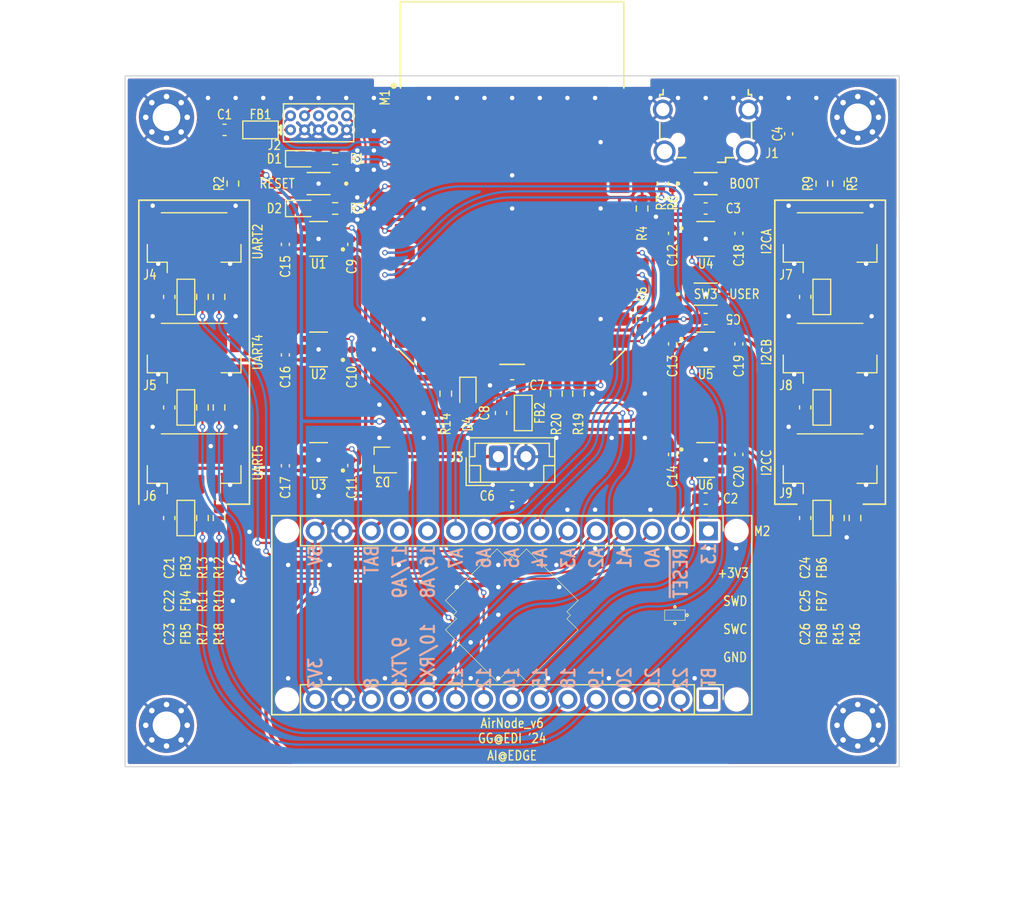
<source format=kicad_pcb>
(kicad_pcb (version 20211014) (generator pcbnew)
  (layers (0 "F.Cu" signal) (31 "B.Cu" signal) (34 "B.Paste" user) (35 "F.Paste" user) (36 "B.SilkS" user "B.Silkscreen") (37 "F.SilkS" user "F.Silkscreen") (38 "B.Mask" user) (39 "F.Mask" user) (44 "Edge.Cuts" user))
  (net 0 "")
  (net 1 "GND")
  (net 2 "Net-(FB4-Pad1)")
  (net 3 "Net-(FB5-Pad1)")
  (net 4 "Net-(FB6-Pad1)")
  (net 5 "Net-(FB7-Pad1)")
  (net 6 "Net-(FB8-Pad1)")
  (net 7 "RXI0")
  (net 8 "TXO0")
  (net 9 "RXI1")
  (net 10 "TXO1")
  (net 11 "RXI2")
  (net 12 "TXO2")
  (net 13 "SDA")
  (net 14 "SCL")
  (net 15 "TXM")
  (net 16 "~{RESET}")
  (net 17 "SWDIO")
  (net 18 "SWDCLK")
  (net 19 "USER")
  (net 20 "Net-(D1-Pad2)")
  (net 21 "Net-(FB3-Pad1)")
  (net 22 "Net-(D2-Pad2)")
  (net 23 "/USB_DM")
  (net 24 "YELLOW")
  (net 26 "/USB_DP")
  (net 29 "/LED+")
  (net 31 "PPS")
  (net 32 "GPIO2")
  (net 33 "WAKE")
  (net 38 "+BATT")
  (net 39 "+3V3")
  (net 41 "TXR")
  (net 44 "/TX4")
  (net 45 "/RX4")
  (net 46 "/TX2")
  (net 47 "/RVDD")
  (net 48 "VPP")
  (net 49 "+5V")
  (net 50 "/RX2")
  (net 51 "GREEN")
  (net 52 "RED")
  (net 53 "USB_N")
  (net 54 "/TX1")
  (net 55 "/RX1")
  (net 56 "/TX5")
  (net 57 "/RX5")
  (net 58 "ENU0")
  (net 59 "ENU1")
  (net 60 "ENU2")
  (net 61 "ENIA")
  (net 62 "ENIB")
  (net 63 "ENIC")
  (net 64 "/PU0")
  (net 65 "/PU1")
  (net 66 "/PU2")
  (net 67 "/PIA")
  (net 68 "/PIB")
  (net 69 "/PIC")
  (net 71 "GPIO1")
  (net 81 "BOOT")
  (net 82 "USB_P")
  (net 83 "/PVCC")
  (net 84 "/SC1")
  (net 85 "/SD1")
  (footprint "Capacitor_SMD:C_0402_1005Metric" (layer "F.Cu") (at 104.5 80.25 -90)
    (fp_text reference "C15")
    (fp_text value "1uF")
  )
  (footprint "Capacitor_SMD:C_0603_1608Metric" (layer "F.Cu") (at 151.5 85 -90)
    (fp_text reference "C24")
    (fp_text value "10uF")
  )
  (footprint "gg_Packages:USB_Micro-B_Wuerth_629105150521_CircularHoles" (layer "F.Cu") (at 142.5 70 180)
    (fp_text reference "J1")
    (fp_text value "USB_B_Micro")
  )
  (footprint "Capacitor_SMD:C_0402_1005Metric" (layer "F.Cu") (at 150 70.25 90)
    (fp_text reference "C4")
    (fp_text value "1uF")
  )
  (footprint "Capacitor_SMD:C_0402_1005Metric" (layer "F.Cu") (at 110.5 80.25 -90)
    (fp_text reference "C9")
    (fp_text value "1uF")
  )
  (footprint "Capacitor_SMD:C_0402_1005Metric" (layer "F.Cu") (at 104.5 100.27 -90)
    (fp_text reference "C17")
    (fp_text value "1uF")
  )
  (footprint "Resistor_SMD:R_0603_1608Metric" (layer "F.Cu") (at 129 93.75 90)
    (fp_text reference "R20")
    (fp_text value "220")
  )
  (footprint "Capacitor_SMD:C_0402_1005Metric" (layer "F.Cu") (at 139.5 99.25 90)
    (fp_text reference "C14")
    (fp_text value "1uF")
  )
  (footprint "Capacitor_SMD:C_0603_1608Metric" (layer "F.Cu") (at 151.5 105 -90)
    (fp_text reference "C26")
    (fp_text value "10uF")
  )
  (footprint "Capacitor_SMD:C_0402_1005Metric" (layer "F.Cu") (at 145.5 79.25 90)
    (fp_text reference "C18")
    (fp_text value "1uF")
  )
  (footprint "Capacitor_SMD:C_0603_1608Metric" (layer "F.Cu") (at 94 95 -90)
    (fp_text reference "C22")
    (fp_text value "10uF")
  )
  (footprint "Capacitor_SMD:C_0402_1005Metric" (layer "F.Cu") (at 139.5 89.25 90)
    (fp_text reference "C13")
    (fp_text value "1uF")
  )
  (footprint "SnapEDA:SW_TL3780AF240QG" (layer "F.Cu") (at 142.5 84.75)
    (fp_text reference "SW3")
    (fp_text value "TL3780AF240QG")
  )
  (footprint "LED_SMD:LED_0603_1608Metric" (layer "F.Cu") (at 121 93.75 -90)
    (fp_text reference "D4")
    (fp_text value "Yellow")
  )
  (footprint "gg_Packages:SOT-25" (layer "F.Cu") (at 142.5 99.75)
    (fp_text reference "U6")
    (fp_text value "TCR3UF33A")
  )
  (footprint "Modules:STM32L082KZT6_pink_pill" (layer "F.Cu") (at 124.968 113.792)
    (fp_text reference "M2")
    (fp_text value "STM32L082KZT6")
  )
  (footprint "Capacitor_SMD:C_0603_1608Metric" (layer "F.Cu") (at 142.5 103.25 180)
    (fp_text reference "C2")
    (fp_text value "100")
  )
  (footprint "Resistor_SMD:R_0402_1005Metric" (layer "F.Cu") (at 138.5 74.75 -90)
    (fp_text reference "R7")
    (fp_text value "33")
  )
  (footprint "Resistor_SMD:R_0603_1608Metric" (layer "F.Cu") (at 136.75 77 90)
    (fp_text reference "R4")
    (fp_text value "33k")
  )
  (footprint "Capacitor_SMD:C_0402_1005Metric" (layer "F.Cu") (at 110.5 90.25 90)
    (fp_text reference "C10")
    (fp_text value "1uF")
  )
  (footprint "gg_Packages:SOT-25" (layer "F.Cu") (at 142.5 89.75)
    (fp_text reference "U5")
    (fp_text value "TCR3UF33A")
  )
  (footprint "Connector_JST:JST_GH_BM04B-GHS-TBT_1x04-1MP_P1.25mm_Vertical" (layer "F.Cu") (at 96.25 100)
    (fp_text reference "J6")
    (fp_text value "UART5")
  )
  (footprint "Capacitor_SMD:C_0603_1608Metric" (layer "F.Cu") (at 151.5 95 -90)
    (fp_text reference "C25")
    (fp_text value "10uF")
  )
  (footprint "Resistor_SMD:R_0603_1608Metric" (layer "F.Cu") (at 99.75 74.75 -90)
    (fp_text reference "R2")
    (fp_text value "33k")
  )
  (footprint "Resistor_SMD:R_0603_1608Metric" (layer "F.Cu") (at 119 93.75 -90)
    (fp_text reference "R14")
    (fp_text value "1.0k")
  )
  (footprint "Ferrite_SMD_AKL:Ferrite_0603_1608Metric" (layer "F.Cu") (at 126 95.5 90)
    (fp_text reference "FB2")
    (fp_text value "600" hide)
  )
  (footprint "MountingHole:MountingHole_2.5mm_Pad_Via" (layer "F.Cu") (at 93.75 123.75)
    (fp_text reference "H4" hide)
    (fp_text value "MountingHole_2.7mm_M2.5_DIN965_Pad")
  )
  (footprint "gg_Packages:iM284A" (layer "F.Cu") (at 125 78 90)
    (fp_text reference "M1")
    (fp_text value "iM284A")
  )
  (footprint "gg_Packages:SOT-25" (layer "F.Cu") (at 107.5 99.75 180)
    (fp_text reference "U3")
    (fp_text value "TCR3UF33A")
  )
  (footprint "Resistor_SMD:R_0603_1608Metric" (layer "F.Cu") (at 97 95 -90)
    (fp_text reference "R11")
    (fp_text value "220")
  )
  (footprint "Resistor_SMD:R_0603_1608Metric" (layer "F.Cu") (at 98.5 85 -90)
    (fp_text reference "R12")
    (fp_text value "220")
  )
  (footprint "Resistor_SMD:R_0603_1608Metric" (layer "F.Cu") (at 153 74.75 -90)
    (fp_text reference "R9")
    (fp_text value "2.2k")
  )
  (footprint "Connector_JST:JST_GH_BM04B-GHS-TBT_1x04-1MP_P1.25mm_Vertical" (layer "F.Cu") (at 96.25 90)
    (fp_text reference "J5")
    (fp_text value "UART4")
  )
  (footprint "Resistor_SMD:R_0402_1005Metric" (layer "F.Cu") (at 139.5 74.75 -90)
    (fp_text reference "R8")
    (fp_text value "33")
  )
  (footprint "Ferrite_SMD_AKL:Ferrite_0603_1608Metric" (layer "F.Cu") (at 95.5 95 -90)
    (fp_text reference "FB4")
    (fp_text value "600" hide)
  )
  (footprint "Package_TO_SOT_SMD:SOT-323_SC-70" (layer "F.Cu") (at 113.25 99.75 180)
    (fp_text reference "D3")
    (fp_text value "BAT30CWFILM")
  )
  (footprint "MountingHole:MountingHole_2.5mm_Pad_Via" (layer "F.Cu") (at 156.25 123.75)
    (fp_text reference "H3" hide)
    (fp_text value "MountingHole_2.7mm_M2.5_DIN965_Pad")
  )
  (footprint "Ferrite_SMD_AKL:Ferrite_0603_1608Metric" (layer "F.Cu") (at 95.504 85 -90)
    (fp_text reference "FB3")
    (fp_text value "600" hide)
  )
  (footprint "LED_SMD:LED_0603_1608Metric" (layer "F.Cu") (at 106 77)
    (fp_text reference "D2")
    (fp_text value "Red")
  )
  (footprint "Capacitor_SMD:C_0603_1608Metric" (layer "F.Cu") (at 94 85 -90)
    (fp_text reference "C21")
    (fp_text value "10uF")
  )
  (footprint "gg_Packages:SOT-25" (layer "F.Cu") (at 142.5 79.75)
    (fp_text reference "U4")
    (fp_text value "TCR3UF33A")
  )
  (footprint "Resistor_SMD:R_0603_1608Metric" (layer "F.Cu") (at 98.5 95 -90)
    (fp_text reference "R10")
    (fp_text value "220")
  )
  (footprint "Capacitor_SMD:C_0603_1608Metric" (layer "F.Cu") (at 94 105 -90)
    (fp_text reference "C23")
    (fp_text value "10uF")
  )
  (footprint "Connector_JST:JST_GH_BM04B-GHS-TBT_1x04-1MP_P1.25mm_Vertical" (layer "F.Cu") (at 96.25 80)
    (fp_text reference "J4")
    (fp_text value "UART2")
  )
  (footprint "Connector_JST:JST_GH_BM04B-GHS-TBT_1x04-1MP_P1.25mm_Vertical" (layer "F.Cu") (at 153.75 80)
    (fp_text reference "J7")
    (fp_text value "I2CA")
  )
  (footprint "Resistor_SMD:R_0603_1608Metric" (layer "F.Cu") (at 136.75 87 -90)
    (fp_text reference "R6")
    (fp_text value "33k")
  )
  (footprint "Capacitor_SMD:C_0603_1608Metric" (layer "F.Cu") (at 125 103 180)
    (fp_text reference "C6")
    (fp_text value "10uF")
  )
  (footprint "Ferrite_SMD_AKL:Ferrite_0603_1608Metric" (layer "F.Cu") (at 153 85 -90)
    (fp_text reference "FB6")
    (fp_text value "600" hide)
  )
  (footprint "Resistor_SMD:R_0603_1608Metric" (layer "F.Cu") (at 98.5 105 -90)
    (fp_text reference "R18")
    (fp_text value "220")
  )
  (footprint "Connector_JST:JST_GH_BM04B-GHS-TBT_1x04-1MP_P1.25mm_Vertical" (layer "F.Cu") (at 153.75 100)
    (fp_text reference "J9")
    (fp_text value "I2CC")
  )
  (footprint "Resistor_SMD:R_0603_1608Metric" (layer "F.Cu") (at 154.5 74.75 -90)
    (fp_text reference "R5")
    (fp_text value "2.2k")
  )
  (footprint "Capacitor_SMD:C_0402_1005Metric" (layer "F.Cu") (at 145.5 89.25 90)
    (fp_text reference "C19")
    (fp_text value "1uF")
  )
  (footprint "SparkFun-Connectors:2X5-PTH-1.27MM" (layer "F.Cu") (at 107.5 69.25)
    (fp_text reference "J2")
    (fp_text value "CORTEX_DEBUG_PTH")
  )
  (footprint "Capacitor_SMD:C_0603_1608Metric" (layer "F.Cu") (at 99 69.89)
    (fp_text reference "C1")
    (fp_text value "10uF")
  )
  (footprint "Resistor_SMD:R_0603_1608Metric" (layer "F.Cu") (at 97 85 -90)
    (fp_text reference "R13")
    (fp_text value "220")
  )
  (footprint "Resistor_SMD:R_0603_1608Metric" (layer "F.Cu") (at 131 93.75 90)
    (fp_text reference "R19")
    (fp_text value "220")
  )
  (footprint "MountingHole:MountingHole_2.5mm_Pad_Via" (layer "F.Cu") (at 156.25 68.75)
    (fp_text reference "H2" hide)
    (fp_text value "MountingHole_2.7mm_M2.5_DIN965_Pad")
  )
  (footprint "SnapEDA:SW_TL3780AF240QG" (layer "F.Cu") (at 107.5 74.75 180)
    (fp_text reference "SW1" hide)
    (fp_text value "TL3780AF240QG")
  )
  (footprint "Capacitor_SMD:C_0603_1608Metric" (layer "F.Cu") (at 125 93 180)
    (fp_text reference "C7")
    (fp_text value "10uF")
  )
  (footprint "Resistor_SMD:R_0603_1608Metric" (layer "F.Cu") (at 109 77 180)
    (fp_text reference "R3")
    (fp_text value "1.0k")
  )
  (footprint "Capacitor_SMD:C_0402_1005Metric" (layer "F.Cu") (at 139.5 79.25 90)
    (fp_text reference "C12")
    (fp_text value "1uF")
  )
  (footprint "Resistor_SMD:R_0603_1608Metric" (layer "F.Cu") (at 97 105 -90)
    (fp_text reference "R17")
    (fp_text value "220")
  )
  (footprint "Resistor_SMD:R_0603_1608Metric" (layer "F.Cu") (at 109 72.5 180)
    (fp_text reference "R1")
    (fp_text value "1.0k")
  )
  (footprint "SnapEDA:SW_TL3780AF240QG" (layer "F.Cu") (at 142.5 74.75)
    (fp_text reference "SW2" hide)
    (fp_text value "TL3780AF240QG")
  )
  (footprint "Capacitor_SMD:C_0402_1005Metric" (layer "F.Cu") (at 145.5 99.25 90)
    (fp_text reference "C20")
    (fp_text value "1uF")
  )
  (footprint "gg_Packages:SOT-25" (layer "F.Cu") (at 107.5 89.75 180)
    (fp_text reference "U2")
    (fp_text value "TCR3UF33A")
  )
  (footprint "Resistor_SMD:R_0603_1608Metric" (layer "F.Cu") (at 156 105 -90)
    (fp_text reference "R16")
    (fp_text value "47")
  )
  (footprint "Connector_JST:JST_EH_B2B-EH-A_1x02_P2.50mm_Vertical" (layer "F.Cu") (at 123.75 99.45)
    (fp_text reference "J3")
    (fp_text value "Battery")
  )
  (footprint "Capacitor_SMD:C_0603_1608Metric" (layer "F.Cu") (at 142.5 87 180)
    (fp_text reference "C5")
    (fp_text value "100")
  )
  (footprint "Connector_JST:JST_GH_BM04B-GHS-TBT_1x04-1MP_P1.25mm_Vertical" (layer "F.Cu") (at 153.75 90)
    (fp_text reference "J8")
    (fp_text value "I2CB")
  )
  (footprint "LED_SMD:LED_0603_1608Metric" (layer "F.Cu") (at 106 72.5)
    (fp_text reference "D1")
    (fp_text value "Green")
  )
  (footprint "Ferrite_SMD_AKL:Ferrite_0603_1608Metric" (layer "F.Cu") (at 153 105 -90)
    (fp_text reference "FB8")
    (fp_text value "600" hide)
  )
  (footprint "gg_Packages:SOT-25" (layer "F.Cu") (at 107.5 79.75 180)
    (fp_text reference "U1")
    (fp_text value "TCR3UF33A")
  )
  (footprint "Ferrite_SMD_AKL:Ferrite_0603_1608Metric" (layer "F.Cu") (at 153 95 -90)
    (fp_text reference "FB7")
    (fp_text value "600" hide)
  )
  (footprint "Capacitor_SMD:C_0402_1005Metric" (layer "F.Cu") (at 104.5 90.25 -90)
    (fp_text reference "C16")
    (fp_text value "1uF")
  )
  (footprint "Capacitor_SMD:C_0402_1005Metric" (layer "F.Cu") (at 110.5 100.25 -90)
    (fp_text reference "C11")
    (fp_text value "1uF")
  )
  (footprint "Ferrite_SMD_AKL:Ferrite_0603_1608Metric" (layer "F.Cu") (at 102.25 69.89 180)
    (fp_text reference "FB1")
    (fp_text value "600" hide)
  )
  (footprint "Capacitor_SMD:C_0603_1608Metric" (layer "F.Cu") (at 142.5 77 180)
    (fp_text reference "C3")
    (fp_text value "100")
  )
  (footprint "Capacitor_SMD:C_0603_1608Metric" (layer "F.Cu") (at 124 95.5 -90)
    (fp_text reference "C8")
    (fp_text value "10uF")
  )
  (footprint "Ferrite_SMD_AKL:Ferrite_0603_1608Metric" (layer "F.Cu") (at 95.5 105 -90)
    (fp_text reference "FB5")
    (fp_text value "600" hide)
  )
  (footprint "MountingHole:MountingHole_2.5mm_Pad_Via" (layer "F.Cu") (at 93.75 68.75)
    (fp_text reference "H1" hide)
    (fp_text value "MountingHole_2.7mm_M2.5_DIN965_Pad")
  )
  (footprint "Resistor_SMD:R_0603_1608Metric" (layer "F.Cu") (at 154.5 105 -90)
    (fp_text reference "R15")
    (fp_text value "47")
  )
  (gr_line (start 101.25 103.75) (end 99.25 103.75) (layer "F.SilkS") (width 0.15))
  (gr_line (start 150.75 103.75) (end 148.75 103.75) (layer "F.SilkS") (width 0.15))
  (gr_line (start 158.75 76.25) (end 158.75 103.75) (layer "F.SilkS") (width 0.15))
  (gr_line (start 148.75 103.75) (end 148.75 76.25) (layer "F.SilkS") (width 0.15))
  (gr_line (start 91.25 76.25) (end 101.25 76.25) (layer "F.SilkS") (width 0.15))
  (gr_line (start 158.75 103.75) (end 156.75 103.75) (layer "F.SilkS") (width 0.15))
  (gr_line (start 148.75 76.25) (end 158.75 76.25) (layer "F.SilkS") (width 0.15))
  (gr_line (start 91.25 103.75) (end 91.25 76.25) (layer "F.SilkS") (width 0.15))
  (gr_line (start 101.25 103.75) (end 101.25 76.25) (layer "F.SilkS") (width 0.15))
  (gr_rect (start 90 65) (end 160 127.5) (layer "Edge.Cuts") (width 0.1) (fill none))
  (gr_text "19" (at 132.62 120.554 90) (layer "B.SilkS") (effects (font (size 1.2 1) (thickness 0.2)) (justify right mirror)))
  (gr_text "A6" (at 122.46 107.6 90) (layer "B.SilkS") (effects (font (size 1.2 1) (thickness 0.2)) (justify left mirror)))
  (gr_text "A7" (at 119.92 107.6 90) (layer "B.SilkS") (effects (font (size 1.2 1) (thickness 0.2)) (justify left mirror)))
  (gr_text "20" (at 135.16 120.554 90) (layer "B.SilkS") (effects (font (size 1.2 1) (thickness 0.2)) (justify right mirror)))
  (gr_text "16/A8" (at 117.38 107.346 90) (layer "B.SilkS") (effects (font (size 1.2 1) (thickness 0.2)) (justify left mirror)))
  (gr_text "A2" (at 132.62 107.6 90) (layer "B.SilkS") (effects (font (size 1.2 1) (thickness 0.2)) (justify left mirror)))
  (gr_text "13" (at 142.79 107.162 90) (layer "B.SilkS") (effects (font (size 1.2 1) (thickness 0.2)) (justify left mirror)))
  (gr_text "~{RESET}" (at 140.24 107.6 90) (layer "B.SilkS") (effects (font (size 1.2 1) (thickness 0.2)) (justify left mirror)))
  (gr_text "A0" (at 137.7 107.6 90) (layer "B.SilkS") (effects (font (size 1.2 1) (thickness 0.2)) (justify left mirror)))
  (gr_text "11" (at 119.92 120.554 90) (layer "B.SilkS") (effects (font (size 1.2 1) (thickness 0.2)) (justify right mirror)))
  (gr_text "14" (at 125 120.554 90) (layer "B.SilkS") (effects (font (size 1.2 1) (thickness 0.2)) (justify right mirror)))
  (gr_text "3V3" (at 107.22 120.554 90) (layer "B.SilkS") (effects (font (size 1.2 1) (thickness 0.2)) (justify right mirror)))
  (gr_text "18" (at 130.08 120.554 90) (layer "B.SilkS") (effects (font (size 1.2 1) (thickness 0.2)) (justify right mirror)))
  (gr_text "A1" (at 135.16 107.6 90) (layer "B.SilkS") (effects (font (size 1.2 1) (thickness 0.2)) (justify left mirror)))
  (gr_text "A3" (at 130.08 107.6 90) (layer "B.SilkS") (effects (font (size 1.2 1) (thickness 0.2)) (justify left mirror)))
  (gr_text "21" (at 137.7 120.554 90) (layer "B.SilkS") (effects (font (size 1.2 1) (thickness 0.2)) (justify right mirror)))
  (gr_text "A4" (at 127.54 107.6 90) (layer "B.SilkS") (effects (font (size 1.2 1) (thickness 0.2)) (justify left mirror)))
  (gr_text "5V" (at 107.22 107.346 90) (layer "B.SilkS") (effects (font (size 1.2 1) (thickness 0.2)) (justify left mirror)))
  (gr_text "BT" (at 142.79 120.412 90) (layer "B.SilkS") (effects (font (size 1.2 1) (thickness 0.2)) (justify right mirror)))
  (gr_text "15" (at 127.54 120.554 90) (layer "B.SilkS") (effects (font (size 1.2 1) (thickness 0.2)) (justify right mirror)))
  (gr_text "A5" (at 125 107.6 90) (layer "B.SilkS") (effects (font (size 1.2 1) (thickness 0.2)) (justify left mirror)))
  (gr_text "9/TX1" (at 114.84 120.554 90) (layer "B.SilkS") (effects (font (size 1.2 1) (thickness 0.2)) (justify right mirror)))
  (gr_text "12" (at 122.46 120.554 90) (layer "B.SilkS") (effects (font (size 1.2 1) (thickness 0.2)) (justify right mirror)))
  (gr_text "8" (at 112.3 120.554 90) (layer "B.SilkS") (effects (font (size 1.2 1) (thickness 0.2)) (justify right mirror)))
  (gr_text "22" (at 140.24 120.554 90) (layer "B.SilkS") (effects (font (size 1.2 1) (thickness 0.2)) (justify right mirror)))
  (gr_text "BAT" (at 112.3 107.346 90) (layer "B.SilkS") (effects (font (size 1.2 1) (thickness 0.2)) (justify left mirror)))
  (gr_text "10/RX1" (at 117.38 120.554 90) (layer "B.SilkS") (effects (font (size 1.2 1) (thickness 0.2)) (justify right mirror)))
  (gr_text "17/A9" (at 114.84 107.346 90) (layer "B.SilkS") (effects (font (size 1.2 1) (thickness 0.2)) (justify left mirror)))
  (gr_text "AI@EDGE" (at 125 126.5) (layer "F.SilkS") (effects (font (size 0.85 0.7) (thickness 0.12))))
  (gr_text "RESET" (at 103.75 74.75) (layer "F.SilkS") (effects (font (size 0.85 0.7) (thickness 0.12))))
  (gr_text "AirNode_v6\nGG@EDI '24" (at 125 124.25) (layer "F.SilkS") (effects (font (size 0.85 0.7) (thickness 0.12))))
  (via (at 155.25 106.75) (size 0.6) (drill 0.4) (layers "F.Cu" "B.Cu") (net 1))
  (via (at 123 93) (size 0.6) (drill 0.4) (layers "F.Cu" "B.Cu") (net 1))
  (via (at 142.5 79.75) (size 0.6) (drill 0.4) (layers "F.Cu" "B.Cu") (net 1))
  (via (at 147.5 67) (size 0.6) (drill 0.4) (layers "F.Cu" "B.Cu") (net 1))
  (via (at 122.5 67) (size 0.6) (drill 0.4) (layers "F.Cu" "B.Cu") (net 1))
  (via (at 150 86.75) (size 0.6) (drill 0.4) (layers "F.Cu" "B.Cu") (net 1))
  (via (at 120 67) (size 0.6) (drill 0.4) (layers "F.Cu" "B.Cu") (net 1))
  (via (at 128.25 119.5) (size 0.6) (drill 0.4) (layers "F.Cu" "B.Cu") (net 1))
  (via (at 96.25 112.5) (size 0.6) (drill 0.4) (layers "F.Cu" "B.Cu") (net 1))
  (via (at 108.5 109.25) (size 0.6) (drill 0.4) (layers "F.Cu" "B.Cu") (net 1))
  (via (at 117 97.75) (size 0.6) (drill 0.4) (layers "F.Cu" "B.Cu") (net 1))
  (via (at 132.25 93.75) (size 0.6) (drill 0.4) (layers "F.Cu" "B.Cu") (net 1))
  (via (at 140 67) (size 0.6) (drill 0.4) (layers "F.Cu" "B.Cu") (net 1))
  (via (at 135 107.75) (size 0.6) (drill 0.4) (layers "F.Cu" "B.Cu") (net 1))
  (via (at 137.5 67) (size 0.6) (drill 0.4) (layers "F.Cu" "B.Cu") (net 1))
  (via (at 105 67) (size 0.6) (drill 0.4) (layers "F.Cu" "B.Cu") (net 1))
  (via (at 142.5 89.75) (size 0.6) (drill 0.4) (layers "F.Cu" "B.Cu") (net 1))
  (via (at 107.5 103) (size 0.6) (drill 0.4) (layers "F.Cu" "B.Cu") (net 1))
  (via (at 133.75 119.5) (size 0.6) (drill 0.4) (layers "F.Cu" "B.Cu") (net 1))
  (via (at 101.25 106.25) (size 0.6) (drill 0.4) (layers "F.Cu" "B.Cu") (net 1))
  (via (at 142.5 67) (size 0.6) (drill 0.4) (layers "F.Cu" "B.Cu") (net 1))
  (via (at 107.5 89.75) (size 0.6) (drill 0.4) (layers "F.Cu" "B.Cu") (net 1))
  (via (at 99.75 112.5) (size 0.6) (drill 0.4) (layers "F.Cu" "B.Cu") (net 1))
  (via (at 125 77) (size 0.6) (drill 0.4) (layers "F.Cu" "B.Cu") (net 1))
  (via (at 138 77.75) (size 0.6) (drill 0.4) (layers "F.Cu" "B.Cu") (net 1))
  (via (at 150 67) (size 0.6) (drill 0.4) (layers "F.Cu" "B.Cu") (net 1))
  (via (at 92.5 76.75) (size 0.6) (drill 0.4) (layers "F.Cu" "B.Cu") (net 1))
  (via (at 97.75 98.5) (size 0.6) (drill 0.4) (layers "F.Cu" "B.Cu") (net 1))
  (via (at 132.5 67) (size 0.6) (drill 0.4) (layers "F.Cu" "B.Cu") (net 1))
  (via (at 112.5 73.5) (size 0.6) (drill 0.4) (layers "F.Cu" "B.Cu") (net 1))
  (via (at 112.5 71.75) (size 0.6) (drill 0.4) (layers "F.Cu" "B.Cu") (net 1))
  (via (at 133 77) (size 0.6) (drill 0.4) (layers "F.Cu" "B.Cu") (net 1))
  (via (at 117.5 67) (size 0.6) (drill 0.4) (layers "F.Cu" "B.Cu") (net 1))
  (via (at 129 109.25) (size 0.6) (drill 0.4) (layers "F.Cu" "B.Cu") (net 1))
  (via (at 157.5 86.75) (size 0.6) (drill 0.4) (layers "F.Cu" "B.Cu") (net 1))
  (via (at 93 102) (size 0.6) (drill 0.4) (layers "F.Cu" "B.Cu") (net 1))
  (via (at 114.75 109.25) (size 0.6) (drill 0.4) (layers "F.Cu" "B.Cu") (net 1))
  (via (at 112.5 70) (size 0.6) (drill 0.4) (layers "F.Cu" "B.Cu") (net 1))
  (via (at 110 67) (size 0.6) (drill 0.4) (layers "F.Cu" "B.Cu") (net 1))
  (via (at 123.75 111.25) (size 0.6) (drill 0.4) (layers "F.Cu" "B.Cu") (net 1))
  (via (at 142.5 74.75) (size 0.6) (drill 0.4) (layers "F.Cu" "B.Cu") (net 1))
  (via (at 132.5 107.75) (size 0.6) (drill 0.4) (layers "F.Cu" "B.Cu") (net 1))
  (via (at 107.5 67) (size 0.6) (drill 0.4) (layers "F.Cu" "B.Cu") (net 1))
  (via (at 137 97.75) (size 0.6) (drill 0.4) (layers "F.Cu" "B.Cu") (net 1))
  (via (at 142.75 107.75) (size 0.6) (drill 0.4) (layers "F.Cu" "B.Cu") (net 1))
  (via (at 157.5 76.75) (size 0.6) (drill 0.4) (layers "F.Cu" "B.Cu") (net 1))
  (via (at 150.5 82) (size 0.6) (drill 0.4) (layers "F.Cu" "B.Cu") (net 1))
  (via (at 125 104) (size 0.6) (drill 0.4) (layers "F.Cu" "B.Cu") (net 1))
  (via (at 117.25 109.25) (size 0.6) (drill 0.4) (layers "F.Cu" "B.Cu") (net 1))
  (via (at 100 86.75) (size 0.6) (drill 0.4) (layers "F.Cu" "B.Cu") (net 1))
  (via (at 157 82) (size 0.6) (drill 0.4) (layers "F.Cu" "B.Cu") (net 1))
  (via (at 121 97.75) (size 0.6) (drill 0.4) (layers "F.Cu" "B.Cu") (net 1))
  (via (at 112.5 77) (size 0.6) (drill 0.4) (layers "F.Cu" "B.Cu") (net 1))
  (via (at 100 96.75) (size 0.6) (drill 0.4) (layers "F.Cu" "B.Cu") (net 1))
  (via (at 137.5 104.25) (size 0.6) (drill 0.4) (layers "F.Cu" "B.Cu") (net 1))
  (via (at 157 102) (size 0.6) (drill 0.4) (layers "F.Cu" "B.Cu") (net 1))
  (via (at 132.5 104.25) (size 0.6) (drill 0.4) (layers "F.Cu" "B.Cu") (net 1))
  (via (at 100 67) (size 0.6) (drill 0.4) (layers "F.Cu" "B.Cu") (net 1))
  (via (at 142.5 99.75) (size 0.6) (drill 0.4) (layers "F.Cu" "B.Cu") (net 1))
  (via (at 150.5 102) (size 0.6) (drill 0.4) (layers "F.Cu" "B.Cu") (net 1))
  (via (at 123.75 109.25) (size 0.6) (drill 0.4) (layers "F.Cu" "B.Cu") (net 1))
  (via (at 112.5 89.75) (size 0.6) (drill 0.4) (layers "F.Cu" "B.Cu") (net 1))
  (via (at 118 119.5) (size 0.6) (drill 0.4) (layers "F.Cu" "B.Cu") (net 1))
  (via (at 133 71) (size 0.6) (drill 0.4) (layers "F.Cu" "B.Cu") (net 1))
  (via (at 125 74) (size 0.6) (drill 0.4) (layers "F.Cu" "B.Cu") (net 1))
  (via (at 99.5 92) (size 0.6) (drill 0.4) (layers "F.Cu" "B.Cu") (net 1))
  (via (at 137 93.75) (size 0.6) (drill 0.4) (layers "F.Cu" "B.Cu") (net 1))
  (via (at 133 87) (size 0.6) (drill 0.4) (layers "F.Cu" "B.Cu") (net 1))
  (via (at 107.5 99.75) (size 0.6) (drill 0.4) (layers "F.Cu" "B.Cu") (net 1))
  (via (at 113.5 119.5) (size 0.6) (drill 0.4) (layers "F.Cu" "B.Cu") (net 1))
  (via (at 104.75 109.25) (size 0.6) (drill 0.4) (layers "F.Cu" "B.Cu") (net 1))
  (via (at 139 107.75) (size 0.6) (drill 0.4) (layers "F.Cu" "B.Cu") (net 1))
  (via (at 121.25 116.25) (size 0.6) (drill 0.4) (layers "F.Cu" "B.Cu") (net 1))
  (via (at 152.5 67) (size 0.6) (drill 0.4) (layers "F.Cu" "B.Cu") (net 1))
  (via (at 117 95.5) (size 0.6) (drill 0.4) (layers "F.Cu" "B.Cu") (net 1))
  (via (at 134 97.75) (size 0.6) (drill 0.4) (layers "F.Cu" "B.Cu") (net 1))
  (via (at 130 104.25) (size 0.6) (drill 0.4) (layers "F.Cu" "B.Cu") (net 1))
  (via (at 113 97.75) (size 0.6) (drill 0.4) (layers "F.Cu" "B.Cu") (net 1))
  (via (at 150 76.75) (size 0.6) (drill 0.4) (layers "F.Cu" "B.Cu") (net 1))
  (via (at 111 78) (size 0.6) (drill 0.4) (layers "F.Cu" "B.Cu") (net 1))
  (via (at 117 77) (size 0.6) (drill 0.4) (layers "F.Cu" "B.Cu") (net 1))
  (via (at 126.75 102) (size 0.6) (drill 0.4) (layers "F.Cu" "B.Cu") (net 1))
  (via (at 157.5 96.75) (size 0.6) (drill 0.4) (layers "F.Cu" "B.Cu") (net 1))
  (via (at 130 67) (size 0.6) (drill 0.4) (layers "F.Cu" "B.Cu") (net 1))
  (via (at 92.5 96.75) (size 0.6) (drill 0.4) (layers "F.Cu" "B.Cu") (net 1))
  (via (at 111 73.5) (size 0.6) (drill 0.4) (layers "F.Cu" "B.Cu") (net 1))
  (via (at 97.75 108.75) (size 0.6) (drill 0.4) (layers "F.Cu" "B.Cu") (net 1))
  (via (at 141.5 119.5) (size 0.6) (drill 0.4) (layers "F.Cu" "B.Cu") (net 1))
  (via (at 123.75 113.75) (size 0.6) (drill 0.4) (layers "F.Cu" "B.Cu") (net 1))
  (via (at 129 97.75) (size 0.6) (drill 0.4) (layers "F.Cu" "B.Cu") (net 1))
  (via (at 120 111.25) (size 0.6) (drill 0.4) (layers "F.Cu" "B.Cu") (net 1))
  (via (at 100 76.75) (size 0.6) (drill 0.4) (layers "F.Cu" "B.Cu") (net 1))
  (via (at 113 94.75) (size 0.6) (drill 0.4) (layers "F.Cu" "B.Cu") (net 1))
  (via (at 142.5 84.75) (size 0.6) (drill 0.4) (layers "F.Cu" "B.Cu") (net 1))
  (via (at 111 76) (size 0.6) (drill 0.4) (layers "F.Cu" "B.Cu") (net 1))
  (via (at 123.75 119.5) (size 0.6) (drill 0.4) (layers "F.Cu" "B.Cu") (net 1))
  (via (at 117 87) (size 0.6) (drill 0.4) (layers "F.Cu" "B.Cu") (net 1))
  (via (at 108.5 119.5) (size 0.6) (drill 0.4) (layers "F.Cu" "B.Cu") (net 1))
  (via (at 112.5 67) (size 0.6) (drill 0.4) (layers "F.Cu" "B.Cu") (net 1))
  (via (at 102.5 67) (size 0.6) (drill 0.4) (layers "F.Cu" "B.Cu") (net 1))
  (via (at 92.5 86.75) (size 0.6) (drill 0.4) (layers "F.Cu" "B.Cu") (net 1))
  (via (at 129.25 111.25) (size 0.6) (drill 0.4) (layers "F.Cu" "B.Cu") (net 1))
  (via (at 97.5 67) (size 0.6) (drill 0.4) (layers "F.Cu" "B.Cu") (net 1))
  (via (at 125 67) (size 0.6) (drill 0.4) (layers "F.Cu" "B.Cu") (net 1))
  (via (at 145 67) (size 0.6) (drill 0.4) (layers "F.Cu" "B.Cu") (net 1))
  (via (at 107.5 79.75) (size 0.6) (drill 0.4) (layers "F.Cu" "B.Cu") (net 1))
  (via (at 157 92) (size 0.6) (drill 0.4) (layers "F.Cu" "B.Cu") (net 1))
  (via (at 107.5 74.75) (size 0.6) (drill 0.4) (layers "F.Cu" "B.Cu") (net 1))
  (via (at 93 82) (size 0.6) (drill 0.4) (layers "F.Cu" "B.Cu") (net 1))
  (via (at 99.5 102) (size 0.6) (drill 0.4) (layers "F.Cu" "B.Cu") (net 1))
  (via (at 121.25 119.5) (size 0.6) (drill 0.4) (layers "F.Cu" "B.Cu") (net 1))
  (via (at 123.25 102) (size 0.6) (drill 0.4) (layers "F.Cu" "B.Cu") (net 1))
  (via (at 104.75 119.5) (size 0.6) (drill 0.4) (layers "F.Cu" "B.Cu") (net 1))
  (via (at 93 92) (size 0.6) (drill 0.4) (layers "F.Cu" "B.Cu") (net 1))
  (via (at 150.5 92) (size 0.6) (drill 0.4) (layers "F.Cu" "B.Cu") (net 1))
  (via (at 145.25 107.75) (size 0.6) (drill 0.4) (layers "F.Cu" "B.Cu") (net 1))
  (via (at 150 96.75) (size 0.6) (drill 0.4) (layers "F.Cu" "B.Cu") (net 1))
  (via (at 127.5 67) (size 0.6) (drill 0.4) (layers "F.Cu" "B.Cu") (net 1))
  (via (at 99.5 82) (size 0.6) (drill 0.4) (layers "F.Cu" "B.Cu") (net 1))
  (via (at 111 71.75) (size 0.6) (drill 0.4) (layers "F.Cu" "B.Cu") (net 1))
  (segment (start 109.215 70.785) (end 108.285 70.785) (width 0.3) (layer "B.Cu") (net 1))
  (segment (start 108.285 70.785) (end 107.5 70) (width 0.3) (layer "B.Cu") (net 1))
  (segment (start 109.215 70.785) (end 110 70) (width 0.3) (layer "B.Cu") (net 1))
  (segment (start 95.625 91.95) (end 95.625 93.875) (width 0.2) (layer "F.Cu") (net 2))
  (segment (start 95.625 101.95) (end 95.625 103.875) (width 0.2) (layer "F.Cu") (net 3))
  (segment (start 153.125 81.95) (end 153.125 83.875) (width 0.2) (layer "F.Cu") (net 4))
  (segment (start 153.125 91.95) (end 153.125 94.125) (width 0.2) (layer "F.Cu") (net 5))
  (segment (start 153.125 101.95) (end 153.125 104.125) (width 0.2) (layer "F.Cu") (net 6))
  (segment (start 96.875 81.95) (end 96.875 84.125) (width 0.2) (layer "F.Cu") (net 7))
  (segment (start 98.125 83.786611) (end 98.125 81.95) (width 0.2) (layer "F.Cu") (net 8))
  (arc (start 98.125 83.786611) (mid 98.141243 83.868271) (end 98.1875 83.9375) (width 0.2) (layer "F.Cu") (net 8))
  (segment (start 96.875 91.95) (end 96.875 93.875) (width 0.2) (layer "F.Cu") (net 9))
  (segment (start 98.125 93.786611) (end 98.125 91.95) (width 0.2) (layer "F.Cu") (net 10))
  (arc (start 98.125 93.786611) (mid 98.141243 93.868271) (end 98.1875 93.9375) (width 0.2) (layer "F.Cu") (net 10))
  (segment (start 96.875 101.95) (end 96.875 104.125) (width 0.2) (layer "F.Cu") (net 11))
  (segment (start 98.125 103.786611) (end 98.125 101.95) (width 0.2) (layer "F.Cu") (net 12))
  (arc (start 98.125 103.786611) (mid 98.141243 103.868271) (end 98.1875 103.9375) (width 0.2) (layer "F.Cu") (net 12))
  (segment (start 154.375 81.597271) (end 154.375 101.875) (width 0.2) (layer "F.Cu") (net 13))
  (segment (start 154.375 101.95) (end 154.375 104.125) (width 0.2) (layer "F.Cu") (net 13))
  (segment (start 153 78.277728) (end 153 75.325) (width 0.2) (layer "F.Cu") (net 13))
  (arc (start 153.6875 79.9375) (mid 153.178675 79.17599) (end 153 78.277728) (width 0.2) (layer "F.Cu") (net 13))
  (arc (start 153.6875 79.9375) (mid 154.196324 80.699009) (end 154.375 81.597271) (width 0.2) (layer "F.Cu") (net 13))
  (segment (start 155.625 101.95) (end 155.625 81.875) (width 0.2) (layer "F.Cu") (net 14))
  (segment (start 154.5 77.954504) (end 154.5 75.75) (width 0.2) (layer "F.Cu") (net 14))
  (segment (start 155.625 80.670495) (end 155.625 81.95) (width 0.2) (layer "F.Cu") (net 14))
  (segment (start 155.625 101.95) (end 155.625 103.875) (width 0.2) (layer "F.Cu") (net 14))
  (arc (start 155.625 80.670495) (mid 155.478811 79.935553) (end 155.0625 79.3125) (width 0.2) (layer "F.Cu") (net 14))
  (arc (start 154.5 77.954504) (mid 154.646188 78.689446) (end 155.0625 79.3125) (width 0.2) (layer "F.Cu") (net 14))
  (segment (start 129 90.93) (end 129 93) (width 0.2) (layer "F.Cu") (net 15))
  (segment (start 111.75 76.015861) (end 111.75 76.015) (width 0.2) (layer "F.Cu") (net 16))
  (segment (start 111.749999 76.025333) (end 111.749999 76.032224) (width 0.2) (layer "F.Cu") (net 16))
  (segment (start 111.749997 76.052036) (end 111.749997 76.057203) (width 0.2) (layer "F.Cu") (net 16))
  (segment (start 111.75 76.015861) (end 111.749999 76.017582) (width 0.2) (layer "F.Cu") (net 16))
  (segment (start 111.749998 76.050313) (end 111.749997 76.052036) (width 0.2) (layer "F.Cu") (net 16))
  (segment (start 112.275417 77.805417) (end 113.5 79.03) (width 0.2) (layer "F.Cu") (net 16))
  (segment (start 111.749999 76.02275) (end 111.749999 76.025333) (width 0.2) (layer "F.Cu") (net 16))
  (segment (start 111.749998 76.04859) (end 111.749998 76.046006) (width 0.2) (layer "F.Cu") (net 16))
  (segment (start 111.749996 76.083905) (end 111.749995 76.111468) (width 0.2) (layer "F.Cu") (net 16))
  (segment (start 104.024479 75.575) (end 99.75 75.575) (width 0.2) (layer "F.Cu") (net 16))
  (segment (start 108.625 75.625) (end 109 75.25) (width 0.2) (layer "F.Cu") (net 16))
  (segment (start 111.749997 76.057203) (end 111.749997 76.065817) (width 0.2) (layer "F.Cu") (net 16))
  (segment (start 111.75 73.485) (end 111.75 76.015) (width 0.2) (layer "F.Cu") (net 16))
  (segment (start 110.485 74.75) (end 109.125 74.75) (width 0.2) (layer "F.Cu") (net 16))
  (segment (start 111.75 73.485) (end 111.75 71.534152) (width 0.2) (layer "F.Cu") (net 16))
  (segment (start 140.208 105.482) (end 140.208 106.172) (width 0.2) (layer "F.Cu") (net 16))
  (segment (start 111.749998 76.04859) (end 111.749998 76.050313) (width 0.2) (layer "F.Cu") (net 16))
  (segment (start 111.749996 76.07443) (end 111.749996 76.083905) (width 0.2) (layer "F.Cu") (net 16))
  (segment (start 111.749997 76.065817) (end 111.749996 76.07443) (width 0.2) (layer "F.Cu") (net 16))
  (segment (start 111.749999 76.032224) (end 111.749998 76.039115) (width 0.2) (layer "F.Cu") (net 16))
  (segment (start 113.5 79.03) (end 115.22 79.03) (width 0.2) (layer "F.Cu") (net 16))
  (segment (start 140.695903 104.304096) (end 141.75 103.25) (width 0.2) (layer "F.Cu") (net 16))
  (segment (start 111.749999 76.017582) (end 111.749999 76.019306) (width 0.2) (layer "F.Cu") (net 16))
  (segment (start 111.749999 76.019306) (end 111.749999 76.021028) (width 0.2) (layer "F.Cu") (net 16))
  (segment (start 111.749995 76.536916) (end 111.749995 76.111468) (width 0.2) (layer "F.Cu") (net 16))
  (segment (start 110.895 69.47) (end 110.04 68.615) (width 0.2) (layer "F.Cu") (net 16))
  (segment (start 105.05052 76) (end 107.719669 76) (width 0.2) (layer "F.Cu") (net 16))
  (segment (start 111.749998 76.039115) (end 111.749998 76.046006) (width 0.2) (layer "F.Cu") (net 16))
  (segment (start 111.749999 76.021028) (end 111.749999 76.02275) (width 0.2) (layer "F.Cu") (net 16))
  (via (at 113.5 79.03) (size 0.5) (drill 0.3) (layers "F.Cu" "B.Cu") (net 16))
  (arc (start 140.208 105.482) (mid 140.334801 104.844523) (end 140.695903 104.304096) (width 0.2) (layer "F.Cu") (net 16))
  (arc (start 111.749995 76.536916) (mid 111.886544 77.223424) (end 112.275417 77.805417) (width 0.2) (layer "F.Cu") (net 16))
  (arc (start 105.05052 76) (mid 104.772875 75.944773) (end 104.5375 75.7875) (width 0.2) (layer "F.Cu") (net 16))
  (arc (start 110.485 74.75) (mid 111.37949 75.120509) (end 111.75 76.015) (width 0.2) (layer "F.Cu") (net 16))
  (arc (start 108.625 75.625) (mid 108.20963 75.90254) (end 107.719669 76) (width 0.2) (layer "F.Cu") (net 16))
  (arc (start 104.024479 75.575) (mid 104.302124 75.630226) (end 104.5375 75.7875) (width 0.2) (layer "F.Cu") (net 16))
  (arc (start 110.485 74.75) (mid 111.37949 74.37949) (end 111.75 73.485) (width 0.2) (layer "F.Cu") (net 16))
  (arc (start 110.895 69.47) (mid 111.527792 70.417041) (end 111.75 71.534152) (width 0.2) (layer "F.Cu") (net 16))
  (segment (start 140.208 102.573854) (end 140.208 106.172) (width 0.2) (layer "B.Cu") (net 16))
  (segment (start 141.263864 86.013864) (end 140.875 85.625) (width 0.2) (layer "B.Cu") (net 16))
  (segment (start 115.515 77.015) (end 113.5 79.03) (width 0.2) (layer "B.Cu") (net 16))
  (segment (start 140 76.690685) (end 140 83.512563) (width 0.2) (layer "B.Cu") (net 16))
  (segment (start 139.75 90.945461) (end 139.75 101.468145) (width 0.2) (layer "B.Cu") (net 16))
  (segment (start 140.25 76.006954) (end 140.25 76.087132) (width 0.2) (layer "B.Cu") (net 16))
  (segment (start 140.506932 89.118066) (end 141.263864 88.361135) (width 0.2) (layer "B.Cu") (net 16))
  (segment (start 140.068305 75.568305) (end 139.875 75.375) (width 0.2) (layer "B.Cu") (net 16))
  (segment (start 120.37964 75) (end 138.969669 75) (width 0.2) (layer "B.Cu") (net 16))
  (arc (start 141.263864 88.361135) (mid 141.623657 87.822666) (end 141.75 87.1875) (width 0.2) (layer "B.Cu") (net 16))
  (arc (start 140 76.690685) (mid 140.032486 76.527365) (end 140.125 76.388909) (width 0.2) (layer "B.Cu") (net 16))
  (arc (start 140.25 76.087132) (mid 140.217513 76.250452) (end 140.125 76.388909) (width 0.2) (layer "B.Cu") (net 16))
  (arc (start 140 83.512563) (mid 140.227405 84.655805) (end 140.875 85.625) (width 0.2) (layer "B.Cu") (net 16))
  (arc (start 140.208 102.573854) (mid 140.148484 102.274651) (end 139.979 102.021) (width 0.2) (layer "B.Cu") (net 16))
  (arc (start 139.75 101.468145) (mid 139.809515 101.767347) (end 139.979 102.021) (width 0.2) (layer "B.Cu") (net 16))
  (arc (start 140.506932 89.118066) (mid 139.94672 89.956482) (end 139.75 90.945461) (width 0.2) (layer "B.Cu") (net 16))
  (arc (start 139.875 75.375) (mid 139.45963 75.097459) (end 138.969669 75) (width 0.2) (layer "B.Cu") (net 16))
  (arc (start 115.515 77.015) (mid 117.746915 75.523681) (end 120.37964 75) (width 0.2) (layer "B.Cu") (net 16))
  (arc (start 140.25 76.006954) (mid 140.202779 75.769559) (end 140.068305 75.568305) (width 0.2) (layer "B.Cu") (net 16))
  (arc (start 141.263864 86.013864) (mid 141.623657 86.552332) (end 141.75 87.1875) (width 0.2) (layer "B.Cu") (net 16))
  (segment (start 113.5 71) (end 115.25 71) (width 0.2) (layer "F.Cu") (net 17))
  (via (at 113.5 71) (size 0.5) (drill 0.3) (layers "F.Cu" "B.Cu") (net 17))
  (segment (start 104.16 69.828985) (end 104.16 70) (width 0.2) (layer "B.Cu") (net 17))
  (segment (start 110.53033 71.21967) (end 110.46967 71.28033) (width 0.2) (layer "B.Cu") (net 17))
  (segment (start 104.96 68.615) (end 104.452733 69.122265) (width 0.2) (layer "B.Cu") (net 17))
  (segment (start 113.5 71) (end 111.06066 71) (width 0.2) (layer "B.Cu") (net 17))
  (segment (start 109.93934 71.5) (end 105.66 71.5) (width 0.2) (layer "B.Cu") (net 17))
  (arc (start 110.46967 71.28033) (mid 110.226353 71.44291) (end 109.93934 71.5) (width 0.2) (layer "B.Cu") (net 17))
  (arc (start 111.06066 71) (mid 110.773647 71.05709) (end 110.53033 71.21967) (width 0.2) (layer "B.Cu") (net 17))
  (arc (start 104.452733 69.122265) (mid 104.236078 69.446511) (end 104.16 69.828985) (width 0.2) (layer "B.Cu") (net 17))
  (arc (start 104.16 70) (mid 104.59934 71.06066) (end 105.66 71.5) (width 0.2) (layer "B.Cu") (net 17))
  (segment (start 113.435096 69.03) (end 115.3 69.03) (width 0.2) (layer "F.Cu") (net 18))
  (segment (start 106.6625 68.1825) (end 106.23 68.615) (width 0.2) (layer "F.Cu") (net 18))
  (segment (start 107.706647 67.75) (end 110.344903 67.75) (width 0.2) (layer "F.Cu") (net 18))
  (arc (start 111.89 68.39) (mid 112.598896 68.863669) (end 113.435096 69.03) (width 0.2) (layer "F.Cu") (net 18))
  (arc (start 107.706647 67.75) (mid 107.141558 67.862403) (end 106.6625 68.1825) (width 0.2) (layer "F.Cu") (net 18))
  (arc (start 111.89 68.39) (mid 111.181103 67.91633) (end 110.344903 67.75) (width 0.2) (layer "F.Cu") (net 18))
  (segment (start 140.5 87) (end 141.75 87) (width 0.2) (layer "F.Cu") (net 19))
  (segment (start 136.75 89) (end 134.73 89) (width 0.2) (layer "F.Cu") (net 19))
  (segment (start 141.396446 85.646446) (end 141 85.25) (width 0.2) (layer "F.Cu") (net 19))
  (segment (start 141.75 87) (end 141.75 86.5) (width 0.2) (layer "F.Cu") (net 19))
  (segment (start 136.75 89) (end 136.75 88) (width 0.2) (layer "F.Cu") (net 19))
  (via (at 136.75 89) (size 0.5) (drill 0.3) (layers "F.Cu" "B.Cu") (net 19))
  (via (at 140.5 87) (size 0.5) (drill 0.3) (layers "F.Cu" "B.Cu") (net 19))
  (arc (start 141.396446 85.646446) (mid 141.658114 86.03806) (end 141.75 86.5) (width 0.2) (layer "F.Cu") (net 19))
  (segment (start 140.5 87) (end 139.625 87) (width 0.2) (layer "B.Cu") (net 19))
  (segment (start 136.75 89) (end 138.131281 87.618718) (width 0.2) (layer "B.Cu") (net 19))
  (arc (start 139.625 87) (mid 138.816605 87.160799) (end 138.131281 87.618718) (width 0.2) (layer "B.Cu") (net 19))
  (segment (start 108.175 72.5) (end 106.75 72.5) (width 0.2) (layer "F.Cu") (net 20))
  (segment (start 95.625 81.95) (end 95.625 84.207) (width 0.2) (layer "F.Cu") (net 21))
  (segment (start 108.175 77) (end 106.75 77) (width 0.2) (layer "F.Cu") (net 22))
  (segment (start 143.15 72.325) (end 143.15 71.9) (width 0.2) (layer "F.Cu") (net 23))
  (segment (start 142.775 73.125) (end 142.849479 73.05052) (width 0.2) (layer "F.Cu") (net 23))
  (segment (start 139.875 73.875) (end 139.5 74.25) (width 0.2) (layer "F.Cu") (net 23))
  (segment (start 141.869669 73.5) (end 140.78033 73.5) (width 0.2) (layer "F.Cu") (net 23))
  (arc (start 142.849479 73.05052) (mid 143.071897 72.717648) (end 143.15 72.325) (width 0.2) (layer "F.Cu") (net 23))
  (arc (start 142.775 73.125) (mid 142.35963 73.40254) (end 141.869669 73.5) (width 0.2) (layer "F.Cu") (net 23))
  (arc (start 140.78033 73.5) (mid 140.290368 73.597459) (end 139.875 73.875) (width 0.2) (layer "F.Cu") (net 23))
  (segment (start 113.5 90.492372) (end 113.5 85.83234) (width 0.2) (layer "F.Cu") (net 24))
  (segment (start 114.30234 85.03) (end 115.3 85.03) (width 0.2) (layer "F.Cu") (net 24))
  (segment (start 115.932627 92.925) (end 119 92.925) (width 0.2) (layer "F.Cu") (net 24))
  (arc (start 114.30234 85.03) (mid 113.995297 85.091074) (end 113.735 85.265) (width 0.2) (layer "F.Cu") (net 24))
  (arc (start 113.735 85.265) (mid 113.561074 85.525297) (end 113.5 85.83234) (width 0.2) (layer "F.Cu") (net 24))
  (arc (start 115.932627 92.925) (mid 115.001701 92.739827) (end 114.2125 92.2125) (width 0.2) (layer "F.Cu") (net 24))
  (arc (start 113.5 90.492372) (mid 113.685172 91.423298) (end 114.2125 92.2125) (width 0.2) (layer "F.Cu") (net 24))
  (segment (start 139.125 73.625) (end 138.5 74.25) (width 0.2) (layer "F.Cu") (net 26))
  (segment (start 142.5 72.573223) (end 142.5 71.9) (width 0.2) (layer "F.Cu") (net 26))
  (segment (start 142.073223 73) (end 140.633883 73) (width 0.2) (layer "F.Cu") (net 26))
  (arc (start 142.5 72.573223) (mid 142.467513 72.736543) (end 142.375 72.875) (width 0.2) (layer "F.Cu") (net 26))
  (arc (start 139.125 73.625) (mid 139.817281 73.162432) (end 140.633883 73) (width 0.2) (layer "F.Cu") (net 26))
  (arc (start 142.073223 73) (mid 142.236543 72.967513) (end 142.375 72.875) (width 0.2) (layer "F.Cu") (net 26))
  (segment (start 119 94.575) (end 120.925 94.575) (width 0.2) (layer "F.Cu") (net 29))
  (segment (start 133 93) (end 133 90.93) (width 0.2) (layer "F.Cu") (net 31))
  (via (at 133 93) (size 0.5) (drill 0.3) (layers "F.Cu" "B.Cu") (net 31))
  (segment (start 133 93) (end 127.761176 93) (width 0.2) (layer "B.Cu") (net 31))
  (segment (start 119.888 99.605782) (end 119.888 106.172) (width 0.2) (layer "B.Cu") (net 31))
  (segment (start 122.194 95.306) (end 121.297817 96.202183) (width 0.2) (layer "B.Cu") (net 31))
  (arc (start 121.297817 96.202183) (mid 120.2544 97.763768) (end 119.888 99.605782) (width 0.2) (layer "B.Cu") (net 31))
  (arc (start 122.194 95.306) (mid 124.748242 93.599309) (end 127.761176 93) (width 0.2) (layer "B.Cu") (net 31))
  (segment (start 136.75 85) (end 134.73 85) (width 0.2) (layer "F.Cu") (net 32))
  (via (at 136.75 85) (size 0.5) (drill 0.3) (layers "F.Cu" "B.Cu") (net 32))
  (segment (start 134.5 91.659009) (end 134.5 88.84099) (width 0.2) (layer "B.Cu") (net 32))
  (segment (start 136.75 85) (end 135.625 86.125) (width 0.2) (layer "B.Cu") (net 32))
  (segment (start 126.083363 104.166636) (end 131.366116 98.883883) (width 0.2) (layer "B.Cu") (net 32))
  (segment (start 133.375 94.375) (end 133.133883 94.616116) (width 0.2) (layer "B.Cu") (net 32))
  (segment (start 123.266636 105.333363) (end 122.428 106.172) (width 0.2) (layer "B.Cu") (net 32))
  (arc (start 134.5 88.84099) (mid 134.792377 87.371106) (end 135.625 86.125) (width 0.2) (layer "B.Cu") (net 32))
  (arc (start 124.675 104.75) (mid 123.912799 104.901611) (end 123.266636 105.333363) (width 0.2) (layer "B.Cu") (net 32))
  (arc (start 132.25 96.75) (mid 132.479713 95.59515) (end 133.133883 94.616116) (width 0.2) (layer "B.Cu") (net 32))
  (arc (start 126.083363 104.166636) (mid 125.4372 104.598388) (end 124.675 104.75) (width 0.2) (layer "B.Cu") (net 32))
  (arc (start 132.25 96.75) (mid 132.020286 97.904849) (end 131.366116 98.883883) (width 0.2) (layer "B.Cu") (net 32))
  (arc (start 133.375 94.375) (mid 134.207622 93.128892) (end 134.5 91.659009) (width 0.2) (layer "B.Cu") (net 32))
  (segment (start 136.698786 83.03) (end 134.7 83.03) (width 0.2) (layer "F.Cu") (net 33))
  (segment (start 136.75 83) (end 136.735 83.015) (width 0.2) (layer "F.Cu") (net 33))
  (via (at 136.75 83) (size 0.5) (drill 0.3) (layers "F.Cu" "B.Cu") (net 33))
  (arc (start 136.698786 83.03) (mid 136.718385 83.026101) (end 136.735 83.015) (width 0.2) (layer "F.Cu") (net 33))
  (segment (start 137.125 83.375) (end 136.75 83) (width 0.2) (layer "B.Cu") (net 33))
  (segment (start 136.964752 85.799156) (end 136.25 86.513909) (width 0.2) (layer "B.Cu") (net 33))
  (segment (start 137.5 84.28033) (end 137.5 84.506954) (width 0.2) (layer "B.Cu") (net 33))
  (segment (start 133.68338 94.816619) (end 133.874999 94.624999) (width 0.2) (layer "B.Cu") (net 33))
  (segment (start 135 89.531675) (end 135 91.909009) (width 0.2) (layer "B.Cu") (net 33))
  (segment (start 131.816619 99.32338) (end 124.968 106.172) (width 0.2) (layer "B.Cu") (net 33))
  (arc (start 133.874999 94.624999) (mid 134.707621 93.378892) (end 135 91.909009) (width 0.2) (layer "B.Cu") (net 33))
  (arc (start 132.75 97.07) (mid 132.507422 98.28952) (end 131.816619 99.32338) (width 0.2) (layer "B.Cu") (net 33))
  (arc (start 137.5 84.506954) (mid 137.360893 85.206288) (end 136.964752 85.799156) (width 0.2) (layer "B.Cu") (net 33))
  (arc (start 135 89.531675) (mid 135.324864 87.898471) (end 136.25 86.513909) (width 0.2) (layer "B.Cu") (net 33))
  (arc (start 133.68338 94.816619) (mid 132.992577 95.850479) (end 132.75 97.07) (width 0.2) (layer "B.Cu") (net 33))
  (arc (start 137.5 84.28033) (mid 137.40254 83.790368) (end 137.125 83.375) (width 0.2) (layer "B.Cu") (net 33))
  (segment (start 123.75 99.45) (end 123.75 100.939124) (width 0.3) (layer "F.Cu") (net 38))
  (segment (start 123.75 99.45) (end 115.697487 99.45) (width 0.3) (layer "F.Cu") (net 38))
  (segment (start 114.19842 104.241579) (end 112.268 106.172) (width 0.3) (layer "F.Cu") (net 38))
  (segment (start 115.45 101.22) (end 115.45 99.697487) (width 0.3) (layer "F.Cu") (net 38))
  (segment (start 124.225 102.085875) (end 124.225 103) (width 0.3) (layer "F.Cu") (net 38))
  (segment (start 114.852512 99.1) (end 114.25 99.1) (width 0.3) (layer "F.Cu") (net 38))
  (arc (start 115.45 99.697487) (mid 115.522487 99.522487) (end 115.697487 99.45) (width 0.3) (layer "F.Cu") (net 38))
  (arc (start 123.9875 101.5125) (mid 123.811724 101.249432) (end 123.75 100.939124) (width 0.3) (layer "F.Cu") (net 38))
  (arc (start 115.697487 99.45) (mid 115.468838 99.404518) (end 115.275 99.275) (width 0.3) (layer "F.Cu") (net 38))
  (arc (start 115.45 101.22) (mid 115.124724 102.855266) (end 114.19842 104.241579) (width 0.3) (layer "F.Cu") (net 38))
  (arc (start 123.9875 101.5125) (mid 124.163275 101.775566) (end 124.225 102.085875) (width 0.3) (layer "F.Cu") (net 38))
  (arc (start 114.852512 99.1) (mid 115.08116 99.145481) (end 115.275 99.275) (width 0.3) (layer "F.Cu") (net 38))
  (arc (start 115.45 99.697487) (mid 115.404518 99.468838) (end 115.275 99.275) (width 0.3) (layer "F.Cu") (net 38))
  (segment (start 113 96.25) (end 124 96.25) (width 0.3) (layer "F.Cu") (net 39))
  (segment (start 102.75 74) (end 100.103553 71.353553) (width 0.3) (layer "F.Cu") (net 39))
  (segment (start 135.189339 96.25) (end 126 96.25) (width 0.3) (layer "F.Cu") (net 39))
  (segment (start 144.125 78.030251) (end 144.125 74.875) (width 0.3) (layer "F.Cu") (net 39))
  (segment (start 102.75 74) (end 99.75 74) (width 0.3) (layer "F.Cu") (net 39))
  (segment (start 152.2625 74) (end 154.175 74) (width 0.3) (layer "F.Cu") (net 39))
  (segment (start 137.75 86.196966) (end 137.75 86.303033) (width 0.3) (layer "F.Cu") (net 39))
  (segment (start 137.75 86.196966) (end 137.75 79.643467) (width 0.3) (layer "F.Cu") (net 39))
  (segment (start 101.4625 69.89) (end 99.86 69.89) (width 0.3) (layer "F.Cu") (net 39))
  (segment (start 137.621966 86.175) (end 136.75 86.175) (width 0.3) (layer "F.Cu") (net 39))
  (segment (start 147.002461 77.347537) (end 148.997658 75.352341) (width 0.3) (layer "F.Cu") (net 39))
  (segment (start 126 96.2875) (end 124.0375 96.2875) (width 0.3) (layer "F.Cu") (net 39))
  (segment (start 144.135251 78.09) (end 144.184748 78.09) (width 0.3) (layer "F.Cu") (net 39))
  (segment (start 99.75 70.5) (end 99.75 70) (width 0.3) (layer "F.Cu") (net 39))
  (segment (start 144.135251 78.09) (end 139.303467 78.09) (width 0.3) (layer "F.Cu") (net 39))
  (segment (start 145.21 78.09) (end 144.184748 78.09) (width 0.3) (layer "F.Cu") (net 39))
  (segment (start 137.75 86.303033) (end 137.75 93.689339) (width 0.3) (layer "F.Cu") (net 39))
  (via (at 102.75 74) (size 0.6) (drill 0.4) (layers "F.Cu" "B.Cu") (net 39))
  (via (at 113 96.25) (size 0.6) (drill 0.4) (layers "F.Cu" "B.Cu") (net 39))
  (arc (start 137.75 86.196966) (mid 137.736439 86.217261) (end 137.7125 86.2125) (width 0.3) (layer "F.Cu") (net 39))
  (arc (start 144.125 78.030251) (mid 144.129548 78.053116) (end 144.1425 78.0725) (width 0.3) (layer "F.Cu") (net 39))
  (arc (start 147.002461 77.347537) (mid 146.180073 77.89704) (end 145.21 78.09) (width 0.3) (layer "F.Cu") (net 39))
  (arc (start 144.135251 78.09) (mid 144.144722 78.083671) (end 144.1425 78.0725) (width 0.3) (layer "F.Cu") (net 39))
  (arc (start 137 95.5) (mid 137.555081 94.669261) (end 137.75 93.689339) (width 0.3) (layer "F.Cu") (net 39))
  (arc (start 137.75 86.303033) (mid 137.740254 86.254036) (end 137.7125 86.2125) (width 0.3) (layer "F.Cu") (net 39))
  (arc (start 144.184748 78.09) (mid 144.161883 78.085451) (end 144.1425 78.0725) (width 0.3) (layer "F.Cu") (net 39))
  (arc (start 137.621966 86.175) (mid 137.670962 86.184745) (end 137.7125 86.2125) (width 0.3) (layer "F.Cu") (net 39))
  (arc (start 100.103553 71.353553) (mid 99.841885 70.961939) (end 99.75 70.5) (width 0.3) (layer "F.Cu") (net 39))
  (arc (start 138.205 78.545) (mid 138.70898 78.20825) (end 139.303467 78.09) (width 0.3) (layer "F.Cu") (net 39))
  (arc (start 135.189339 96.25) (mid 136.169261 96.055081) (end 137 95.5) (width 0.3) (layer "F.Cu") (net 39))
  (arc (start 152.2625 74) (mid 150.49558 74.351461) (end 148.997658 75.352341) (width 0.3) (layer "F.Cu") (net 39))
  (arc (start 137.75 79.643467) (mid 137.86825 79.04898) (end 138.205 78.545) (width 0.3) (layer "F.Cu") (net 39))
  (segment (start 106.563 120.787) (end 107.188 121.412) (width 0.3) (layer "B.Cu") (net 39))
  (segment (start 102.75 74) (end 104.344 75.594) (width 0.3) (layer "B.Cu") (net 39))
  (segment (start 113 96.25) (end 106 96.25) (width 0.3) (layer "B.Cu") (net 39))
  (segment (start 105.938 79.442256) (end 105.938 119.278116) (width 0.3) (layer "B.Cu") (net 39))
  (arc (start 105.938 119.278116) (mid 106.100432 120.094718) (end 106.563 120.787) (width 0.3) (layer "B.Cu") (net 39))
  (arc (start 105.938 79.442256) (mid 105.523732 77.359594) (end 104.344 75.594) (width 0.3) (layer "B.Cu") (net 39))
  (segment (start 131.01 92.925) (end 131.01 91.01) (width 0.2) (layer "F.Cu") (net 41))
  (segment (start 98.5 96.75) (end 98.5 95.825) (width 0.2) (layer "F.Cu") (net 44))
  (segment (start 135.504 108.336) (end 137.668 106.172) (width 0.2) (layer "F.Cu") (net 44))
  (segment (start 130.279641 110.5) (end 100.5 110.5) (width 0.2) (layer "F.Cu") (net 44))
  (via (at 100.5 110.5) (size 0.5) (drill 0.3) (layers "F.Cu" "B.Cu") (net 44))
  (via (at 98.5 96.75) (size 0.5) (drill 0.3) (layers "F.Cu" "B.Cu") (net 44))
  (arc (start 135.504 108.336) (mid 133.107043 109.937594) (end 130.279641 110.5) (width 0.2) (layer "F.Cu") (net 44))
  (segment (start 100.5 110.5) (end 100.5 107.164213) (width 0.2) (layer "B.Cu") (net 44))
  (segment (start 98.5 102.335786) (end 98.5 96.75) (width 0.2) (layer "B.Cu") (net 44))
  (arc (start 99.5 104.75) (mid 100.240108 105.85765) (end 100.5 107.164213) (width 0.2) (layer "B.Cu") (net 44))
  (arc (start 99.5 104.75) (mid 98.759891 103.642349) (end 98.5 102.335786) (width 0.2) (layer "B.Cu") (net 44))
  (segment (start 101.883883 110) (end 128.593195 110) (width 0.2) (layer "F.Cu") (net 45))
  (segment (start 133.214 108.086) (end 135.128 106.172) (width 0.2) (layer "F.Cu") (net 45))
  (segment (start 99.75 108.75) (end 100.375 109.375) (width 0.2) (layer "F.Cu") (net 45))
  (segment (start 97 96.75) (end 97 95.825) (width 0.2) (layer "F.Cu") (net 45))
  (via (at 97 96.75) (size 0.5) (drill 0.3) (layers "F.Cu" "B.Cu") (net 45))
  (via (at 99.75 108.75) (size 0.5) (drill 0.3) (layers "F.Cu" "B.Cu") (net 45))
  (arc (start 128.593195 110) (mid 131.093956 109.502567) (end 133.214 108.086) (width 0.2) (layer "F.Cu") (net 45))
  (arc (start 101.883883 110) (mid 101.067281 109.837567) (end 100.375 109.375) (width 0.2) (layer "F.Cu") (net 45))
  (segment (start 97 101.055456) (end 97 96.75) (width 0.2) (layer "B.Cu") (net 45))
  (segment (start 98.689339 104.689339) (end 98.375 104.375) (width 0.2) (layer "B.Cu") (net 45))
  (segment (start 99.75 107.25) (end 99.75 108.75) (width 0.2) (layer "B.Cu") (net 45))
  (arc (start 99.75 107.25) (mid 99.474343 105.86418) (end 98.689339 104.689339) (width 0.2) (layer "B.Cu") (net 45))
  (arc (start 97 101.055456) (mid 97.35735 102.85198) (end 98.375 104.375) (width 0.2) (layer "B.Cu") (net 45))
  (segment (start 103.603553 108.5) (end 128.613855 108.5) (width 0.2) (layer "F.Cu") (net 46))
  (segment (start 98.5 86.75) (end 98.5 85.825) (width 0.2) (layer "F.Cu") (net 46))
  (segment (start 131.424 107.336) (end 132.588 106.172) (width 0.2) (layer "F.Cu") (net 46))
  (segment (start 102.75 108) (end 103 108.25) (width 0.2) (layer "F.Cu") (net 46))
  (via (at 98.5 86.75) (size 0.5) (drill 0.3) (layers "F.Cu" "B.Cu") (net 46))
  (via (at 102.75 108) (size 0.5) (drill 0.3) (layers "F.Cu" "B.Cu") (net 46))
  (arc (start 131.424 107.336) (mid 130.134694 108.197486) (end 128.613855 108.5) (width 0.2) (layer "F.Cu") (net 46))
  (arc (start 103.603553 108.5) (mid 103.276912 108.435027) (end 103 108.25) (width 0.2) (layer "F.Cu") (net 46))
  (segment (start 100.625 90.125) (end 98.941941 88.441941) (width 0.2) (layer "B.Cu") (net 46))
  (segment (start 98.5 86.75) (end 98.5 87.375) (width 0.2) (layer "B.Cu") (net 46))
  (segment (start 102.75 108) (end 102.75 95.255203) (width 0.2) (layer "B.Cu") (net 46))
  (arc (start 98.5 87.375) (mid 98.614856 87.952424) (end 98.941941 88.441941) (width 0.2) (layer "B.Cu") (net 46))
  (arc (start 100.625 90.125) (mid 102.19773 92.478757) (end 102.75 95.255203) (width 0.2) (layer "B.Cu") (net 46))
  (segment (start 126.710086 92.039913) (end 125.75 93) (width 0.3) (layer "F.Cu") (net 47))
  (segment (start 125.775 93) (end 125.775 94.525) (width 0.3) (layer "F.Cu") (net 47))
  (arc (start 126.710086 92.039913) (mid 126.924653 91.71879) (end 127 91.34) (width 0.3) (layer "F.Cu") (net 47))
  (segment (start 139.5 98.714844) (end 139.5 98.722656) (width 0.3) (layer "F.Cu") (net 48))
  (segment (start 111.75 99.5) (end 111.75 81.638908) (width 0.3) (layer "F.Cu") (net 48))
  (segment (start 139.5 98.26953) (end 139.5 98.277343) (width 0.3) (layer "F.Cu") (net 48))
  (segment (start 139.5 98.437499) (end 139.5 98.417968) (width 0.3) (layer "F.Cu") (net 48))
  (segment (start 139.5 98.285156) (end 139.5 98.296875) (width 0.3) (layer "F.Cu") (net 48))
  (segment (start 139.5 98.26953) (end 139.5 98.261718) (width 0.3) (layer "F.Cu") (net 48))
  (segment (start 139.5 98.58203) (end 139.5 98.562499) (width 0.3) (layer "F.Cu") (net 48))
  (segment (start 139.5 98.277343) (end 139.5 98.285156) (width 0.3) (layer "F.Cu") (net 48))
  (segment (start 138.5 87.375) (end 138.5 79.568198) (width 0.3) (layer "F.Cu") (net 48))
  (segment (start 139.5 98.589843) (end 139.5 98.597656) (width 0.3) (layer "F.Cu") (net 48))
  (segment (start 123.603553 97.5) (end 126.396446 97.5) (width 0.3) (layer "F.Cu") (net 48))
  (segment (start 139.5 98.746093) (end 139.5 98.75) (width 0.3) (layer "F.Cu") (net 48))
  (segment (start 139.5 98.58203) (end 139.5 98.589843) (width 0.3) (layer "F.Cu") (net 48))
  (segment (start 138.5 96.292893) (end 138.5 90.125) (width 0.3) (layer "F.Cu") (net 48))
  (segment (start 139.5 98.73828) (end 139.5 98.730468) (width 0.3) (layer "F.Cu") (net 48))
  (segment (start 139.5 98.410156) (end 139.5 98.417968) (width 0.3) (layer "F.Cu") (net 48))
  (segment (start 139 97.5) (end 139.323223 97.823223) (width 0.3) (layer "F.Cu") (net 48))
  (segment (start 139.875 88.75) (end 141.25 88.75) (width 0.3) (layer "F.Cu") (net 48))
  (segment (start 137.792893 97) (end 127.603553 97) (width 0.3) (layer "F.Cu") (net 48))
  (segment (start 139.5 98.296875) (end 139.5 98.328125) (width 0.3) (layer "F.Cu") (net 48))
  (segment (start 139.5 98.597656) (end 139.5 98.609375) (width 0.3) (layer "F.Cu") (net 48))
  (segment (start 139.5 98.73828) (end 139.5 98.746093) (width 0.3) (layer "F.Cu") (net 48))
  (segment (start 139.5 98.609375) (end 139.5 98.640625) (width 0.3) (layer "F.Cu") (net 48))
  (segment (start 139.268198 78.8) (end 141.25 78.8) (width 0.3) (layer "F.Cu") (net 48))
  (segment (start 122.396446 97) (end 111.75 97) (width 0.3) (layer "F.Cu") (net 48))
  (segment (start 139.5 98.402344) (end 139.5 98.410156) (width 0.3) (layer "F.Cu") (net 48))
  (segment (start 139.5 98.437499) (end 139.5 98.484374) (width 0.3) (layer "F.Cu") (net 48))
  (segment (start 139.5 98.640625) (end 139.5 98.671875) (width 0.3) (layer "F.Cu") (net 48))
  (segment (start 139.5 98.328125) (end 139.5 98.359375) (width 0.3) (layer "F.Cu") (net 48))
  (segment (start 111.75 99.5) (end 111.75 100) (width 0.3) (layer "F.Cu") (net 48))
  (segment (start 110.981801 100.7) (end 108.75 100.7) (width 0.3) (layer "F.Cu") (net 48))
  (segment (start 139.5 98.253906) (end 139.5 98.25) (width 0.3) (layer "F.Cu") (net 48))
  (segment (start 108.75 90.7) (end 111.7 90.7) (width 0.3) (layer "F.Cu") (net 48))
  (segment (start 139.5 98.714844) (end 139.5 98.703125) (width 0.3) (layer "F.Cu") (net 48))
  (segment (start 138.5 87.375) (end 138.5 90.125) (width 0.3) (layer "F.Cu") (net 48))
  (segment (start 139.5 98.484374) (end 139.5 98.515624) (width 0.3) (layer "F.Cu") (net 48))
  (segment (start 139.5 98.515624) (end 139.5 98.562499) (width 0.3) (layer "F.Cu") (net 48))
  (segment (start 111.573223 100.426776) (end 111.525 100.475) (width 0.3) (layer "F.Cu") (net 48))
  (segment (start 112 99.75) (end 112.25 99.75) (width 0.3) (layer "F.Cu") (net 48))
  (segment (start 139.5 98.722656) (end 139.5 98.730468) (width 0.3) (layer "F.Cu") (net 48))
  (segment (start 139.5 98.359375) (end 139.5 98.390625) (width 0.3) (layer "F.Cu") (net 48))
  (segment (start 139.5 98.253906) (end 139.5 98.261718) (width 0.3) (layer "F.Cu") (net 48))
  (segment (start 141.25 98.8) (end 139.55 98.8) (width 0.3) (layer "F.Cu") (net 48))
  (segment (start 139.5 98.390625) (end 139.5 98.402344) (width 0.3) (layer "F.Cu") (net 48))
  (segment (start 110.811091 80.7) (end 108.75 80.7) (width 0.3) (layer "F.Cu") (net 48))
  (segment (start 139.5 98.671875) (end 139.5 98.703125) (width 0.3) (layer "F.Cu") (net 48))
  (arc (start 123 97.25) (mid 122.723087 97.064972) (end 122.396446 97) (width 0.3) (layer "F.Cu") (net 48))
  (arc (start 139 97.5) (mid 138.629945 96.946174) (end 138.5 96.292893) (width 0.3) (layer "F.Cu") (net 48))
  (arc (start 139.323223 97.823223) (mid 139.454057 98.01903) (end 139.5 98.25) (width 0.3) (layer "F.Cu") (net 48))
  (arc (start 137.792893 97) (mid 138.292893 96.792893) (end 138.5 96.292893) (width 0.3) (layer "F.Cu") (net 48))
  (arc (start 138.5 90.125) (mid 138.902728 89.152728) (end 139.875 88.75) (width 0.3) (layer "F.Cu") (net 48))
  (arc (start 110.811091 80.7) (mid 111.170396 80.77147) (end 111.475 80.975) (width 0.3) (layer "F.Cu") (net 48))
  (arc (start 127 97.25) (mid 127.276912 97.064972) (end 127.603553 97) (width 0.3) (layer "F.Cu") (net 48))
  (arc (start 111.75 99.5) (mid 111.823223 99.676776) (end 112 99.75) (width 0.3) (layer "F.Cu") (net 48))
  (arc (start 111.75 100) (mid 111.823223 99.823223) (end 112 99.75) (width 0.3) (layer "F.Cu") (net 48))
  (arc (start 110.981801 100.7) (mid 111.275778 100.641524) (end 111.525 100.475) (width 0.3) (layer "F.Cu") (net 48))
  (arc (start 139.268198 78.8) (mid 138.974221 78.858475) (end 138.725 79.025) (width 0.3) (layer "F.Cu") (net 48))
  (arc (start 137.792893 97) (mid 138.446174 97.129945) (end 139 97.5) (width 0.3) (layer "F.Cu") (net 48))
  (arc (start 138.5 87.375) (mid 138.902728 88.347271) (end 139.875 88.75) (width 0.3) (layer "F.Cu") (net 48))
  (arc (start 138.5 79.568198) (mid 138.558475 79.274221) (end 138.725 79.025) (width 0.3) (layer "F.Cu") (net 48))
  (arc (start 111.573223 100.426776) (mid 111.704057 100.230969) (end 111.75 100) (width 0.3) (layer "F.Cu") (net 48))
  (arc (start 127 97.25) (mid 126.723087 97.435027) (end 126.396446 97.5) (width 0.3) (layer "F.Cu") (net 48))
  (arc (start 111.75 81.638908) (mid 111.678529 81.279603) (end 111.475 80.975) (width 0.3) (layer "F.Cu") (net 48))
  (arc (start 123 97.25) (mid 123.276912 97.435027) (end 123.603553 97.5) (width 0.3) (layer "F.Cu") (net 48))
  (segment (start 111.542187 103) (end 111.532812 103) (width 0.3) (layer "F.Cu") (net 49))
  (segment (start 111.570312 103) (end 111.560937 103) (width 0.3) (layer "F.Cu") (net 49))
  (segment (start 159.5 80.846194) (end 159.5 106.457901) (width 0.3) (layer "F.Cu") (net 49))
  (segment (start 111.298437 103) (end 111.251562 103) (width 0.3) (layer "F.Cu") (net 49))
  (segment (start 143.8 70.944974) (end 143.8 71.9) (width 0.3) (layer "F.Cu") (net 49))
  (segment (start 111.44375 103) (end 111.40625 103) (width 0.3) (layer "F.Cu") (net 49))
  (segment (start 107.188 111.5) (end 104.969 113.719) (width 0.3) (layer "F.Cu") (net 49))
  (segment (start 111.703033 102.946966) (end 114.25 100.4) (width 0.3) (layer "F.Cu") (net 49))
  (segment (start 111.570312 103) (end 111.575 103) (width 0.3) (layer "F.Cu") (net 49))
  (segment (start 111.345312 103) (end 111.298437 103) (width 0.3) (layer "F.Cu") (net 49))
  (segment (start 111.382812 103) (end 111.373437 103) (width 0.3) (layer "F.Cu") (net 49))
  (segment (start 111.392187 103) (end 111.40625 103) (width 0.3) (layer "F.Cu") (net 49))
  (segment (start 111.2 103) (end 111.05 103) (width 0.3) (layer "F.Cu") (net 49))
  (segment (start 111.392187 103) (end 111.382812 103) (width 0.3) (layer "F.Cu") (net 49))
  (segment (start 110.93 103) (end 111.05 103) (width 0.3) (layer "F.Cu") (net 49))
  (segment (start 111.48125 103) (end 111.44375 103) (width 0.3) (layer "F.Cu") (net 49))
  (segment (start 107.017766 127) (end 140.77864 127) (width 0.3) (layer "F.Cu") (net 49))
  (segment (start 156.25 73) (end 156.005203 72.755203) (width 0.3) (layer "F.Cu") (net 49))
  (segment (start 111.551562 103) (end 111.542187 103) (width 0.3) (layer "F.Cu") (net 49))
  (segment (start 111.560937 103) (end 111.551562 103) (width 0.3) (layer "F.Cu") (net 49))
  (segment (start 109.956949 103.40305) (end 107.188 106.172) (width 0.3) (layer "F.Cu") (net 49))
  (segment (start 111.51875 103) (end 111.48125 103) (width 0.3) (layer "F.Cu") (net 49))
  (segment (start 144.994974 69.75) (end 148.75 69.75) (width 0.3) (layer "F.Cu") (net 49))
  (segment (start 111.2 103) (end 111.251562 103) (width 0.3) (layer "F.Cu") (net 49))
  (segment (start 111.345312 103) (end 111.373437 103) (width 0.3) (layer "F.Cu") (net 49))
  (segment (start 102.75 119.076139) (end 102.75 122.732233) (width 0.3) (layer "F.Cu") (net 49))
  (segment (start 111.532812 103) (end 111.51875 103) (width 0.3) (layer "F.Cu") (net 49))
  (via (at 107.188 111.5) (size 0.6) (drill 0.4) (layers "F.Cu" "B.Cu") (net 49))
  (arc (start 102.75 122.732233) (mid 103.074864 124.365436) (end 104 125.75) (width 0.3) (layer "F.Cu") (net 49))
  (arc (start 143.8 70.944974) (mid 143.890962 70.487677) (end 144.15 70.1) (width 0.3) (layer "F.Cu") (net 49))
  (arc (start 111.575 103) (mid 111.64429 102.986216) (end 111.703033 102.946966) (width 0.3) (layer "F.Cu") (net 49))
  (arc (start 153.106273 121.893726) (mid 147.450305 125.672924) (end 140.77864 127) (width 0.3) (layer "F.Cu") (net 49))
  (arc (start 107.017766 127) (mid 105.384562 126.675135) (end 104 125.75) (width 0.3) (layer "F.Cu") (net 49))
  (arc (start 156.25 73) (mid 158.655352 76.599864) (end 159.5 80.846194) (width 0.3) (layer "F.Cu") (net 49))
  (arc (start 110.93 103) (mid 110.403388 103.104749) (end 109.956949 103.40305) (width 0.3) (layer "F.Cu") (net 49))
  (arc (start 148.75 69.75) (mid 152.676487 70.531026) (end 156.005203 72.755203) (width 0.3) (layer "F.Cu") (net 49))
  (arc (start 153.106273 121.893726) (mid 157.838324 114.811709) (end 159.5 106.457901) (width 0.3) (layer "F.Cu") (net 49))
  (arc (start 144.994974 69.75) (mid 144.537677 69.840962) (end 144.15 70.1) (width 0.3) (layer "F.Cu") (net 49))
  (arc (start 102.75 119.076139) (mid 103.326699 116.176876) (end 104.969 113.719) (width 0.3) (layer "F.Cu") (net 49))
  (segment (start 107.188 106.172) (end 107.188 111.438) (width 0.3) (layer "B.Cu") (net 49))
  (segment (start 129.134 107.086) (end 130.048 106.172) (width 0.2) (layer "F.Cu") (net 50))
  (segment (start 104.78033 108) (end 126.927408 108) (width 0.2) (layer "F.Cu") (net 50))
  (segment (start 102.969669 107.25) (end 102 107.25) (width 0.2) (layer "F.Cu") (net 50))
  (segment (start 97 86.75) (end 97 85.825) (width 0.2) (layer "F.Cu") (net 50))
  (via (at 102 107.25) (size 0.5) (drill 0.3) (layers "F.Cu" "B.Cu") (net 50))
  (via (at 97 86.75) (size 0.5) (drill 0.3) (layers "F.Cu" "B.Cu") (net 50))
  (arc (start 104.78033 108) (mid 104.290368 107.90254) (end 103.875 107.625) (width 0.2) (layer "F.Cu") (net 50))
  (arc (start 102.969669 107.25) (mid 103.45963 107.347459) (end 103.875 107.625) (width 0.2) (layer "F.Cu") (net 50))
  (arc (start 126.927408 108) (mid 128.121607 107.762459) (end 129.134 107.086) (width 0.2) (layer "F.Cu") (net 50))
  (segment (start 97.265165 87.765165) (end 99.5 90) (width 0.2) (layer "B.Cu") (net 50))
  (segment (start 102 107.25) (end 102 96.035533) (width 0.2) (layer "B.Cu") (net 50))
  (segment (start 97 87.125) (end 97 86.75) (width 0.2) (layer "B.Cu") (net 50))
  (arc (start 102 96.035533) (mid 101.350271 92.769126) (end 99.5 90) (width 0.2) (layer "B.Cu") (net 50))
  (arc (start 97 87.125) (mid 97.068914 87.471454) (end 97.265165 87.765165) (width 0.2) (layer "B.Cu") (net 50))
  (segment (start 110.975248 72.524751) (end 111 72.549503) (width 0.2) (layer "F.Cu") (net 51))
  (segment (start 110.915493 72.5) (end 109.825 72.5) (width 0.2) (layer "F.Cu") (net 51))
  (segment (start 113.5 73) (end 115.25 73) (width 0.2) (layer "F.Cu") (net 51))
  (via (at 111 72.549503) (size 0.5) (drill 0.3) (layers "F.Cu" "B.Cu") (net 51))
  (via (at 113.5 73) (size 0.5) (drill 0.3) (layers "F.Cu" "B.Cu") (net 51))
  (arc (start 110.915493 72.5) (mid 110.947832 72.506432) (end 110.975248 72.524751) (width 0.2) (layer "F.Cu") (net 51))
  (segment (start 112.730953 72.549503) (end 111 72.549503) (width 0.2) (layer "B.Cu") (net 51))
  (segment (start 113.274751 72.774751) (end 113.5 73) (width 0.2) (layer "B.Cu") (net 51))
  (arc (start 112.730953 72.549503) (mid 113.025254 72.608043) (end 113.274751 72.774751) (width 0.2) (layer "B.Cu") (net 51))
  (segment (start 111 77) (end 109.825 77) (width 0.2) (layer "F.Cu") (net 52))
  (segment (start 113.5 75) (end 115.25 75) (width 0.2) (layer "F.Cu") (net 52))
  (via (at 113.5 75) (size 0.5) (drill 0.3) (layers "F.Cu" "B.Cu") (net 52))
  (via (at 111 77) (size 0.5) (drill 0.3) (layers "F.Cu" "B.Cu") (net 52))
  (segment (start 113.5 75) (end 111.676776 76.823223) (width 0.2) (layer "B.Cu") (net 52))
  (segment (start 111.25 77) (end 111 77) (width 0.2) (layer "B.Cu") (net 52))
  (arc (start 111.25 77) (mid 111.480969 76.954057) (end 111.676776 76.823223) (width 0.2) (layer "B.Cu") (net 52))
  (segment (start 113.5 81) (end 115.25 81) (width 0.2) (layer "F.Cu") (net 53))
  (segment (start 139.5 76) (end 139.5 75.26) (width 0.2) (layer "F.Cu") (net 53))
  (via (at 113.5 81) (size 0.5) (drill 0.3) (layers "F.Cu" "B.Cu") (net 53))
  (via (at 139.5 76) (size 0.5) (drill 0.3) (layers "F.Cu" "B.Cu") (net 53))
  (segment (start 116.545495 80.204504) (end 118.524999 78.224999) (width 0.2) (layer "B.Cu") (net 53))
  (segment (start 138.561091 75.45) (end 125.224442 75.45) (width 0.2) (layer "B.Cu") (net 53))
  (segment (start 114.625 81) (end 113.5 81) (width 0.2) (layer "B.Cu") (net 53))
  (segment (start 139.5 76) (end 139.225 75.725) (width 0.2) (layer "B.Cu") (net 53))
  (arc (start 118.524999 78.224999) (mid 121.598729 76.171198) (end 125.224442 75.45) (width 0.2) (layer "B.Cu") (net 53))
  (arc (start 139.225 75.725) (mid 138.920396 75.52147) (end 138.561091 75.45) (width 0.2) (layer "B.Cu") (net 53))
  (arc (start 116.545495 80.204504) (mid 115.664364 80.793257) (end 114.625 81) (width 0.2) (layer "B.Cu") (net 53))
  (segment (start 129.0375 94.575) (end 129 94.575) (width 0.2) (layer "F.Cu") (net 54))
  (segment (start 134.986444 95.513556) (end 130.677215 95.513556) (width 0.2) (layer "F.Cu") (net 54))
  (segment (start 129.544278 95.044278) (end 129.101516 94.601516) (width 0.2) (layer "F.Cu") (net 54))
  (via (at 134.986444 95.513556) (size 0.5) (drill 0.3) (layers "F.Cu" "B.Cu") (net 54))
  (arc (start 129.101516 94.601516) (mid 129.072145 94.581891) (end 129.0375 94.575) (width 0.2) (layer "F.Cu") (net 54))
  (arc (start 129.544278 95.044278) (mid 130.064073 95.391594) (end 130.677215 95.513556) (width 0.2) (layer "F.Cu") (net 54))
  (segment (start 123.278133 112.941866) (end 123.691866 112.528133) (width 0.2) (layer "B.Cu") (net 54))
  (segment (start 127.835786 110.25) (end 127.61 110.25) (width 0.2) (layer "B.Cu") (net 54))
  (segment (start 123.691866 112.528133) (end 123.898733 112.321266) (width 0.2) (layer "B.Cu") (net 54))
  (segment (start 131.25 107.0625) (end 131.25 105.875) (width 0.2) (layer "B.Cu") (net 54))
  (segment (start 123.691866 112.528133) (end 124.810344 111.409655) (width 0.2) (layer "B.Cu") (net 54))
  (segment (start 132.752601 102.247397) (end 133.395453 101.604546) (width 0.2) (layer "B.Cu") (net 54))
  (segment (start 123.691866 112.528133) (end 123.278133 112.941866) (width 0.2) (layer "B.Cu") (net 54))
  (segment (start 130.249999 109.249999) (end 130.41031 109.089689) (width 0.2) (layer "B.Cu") (net 54))
  (segment (start 123.278133 112.941866) (end 114.808 121.412) (width 0.2) (layer "B.Cu") (net 54))
  (segment (start 134.986444 97.763556) (end 134.986444 95.513556) (width 0.2) (layer "B.Cu") (net 54))
  (arc (start 131.25 107.0625) (mid 131.031771 108.159606) (end 130.41031 109.089689) (width 0.2) (layer "B.Cu") (net 54))
  (arc (start 130.249999 109.249999) (mid 129.142349 109.990108) (end 127.835786 110.25) (width 0.2) (layer "B.Cu") (net 54))
  (arc (start 132.752601 102.247397) (mid 131.640513 103.911755) (end 131.25 105.875) (width 0.2) (layer "B.Cu") (net 54))
  (arc (start 134.986444 97.763556) (mid 134.572958 99.842284) (end 133.395453 101.604546) (width 0.2) (layer "B.Cu") (net 54))
  (arc (start 123.691866 112.528133) (mid 123.691865 112.528133) (end 123.691866 112.528133) (width 0.2) (layer "B.Cu") (net 54))
  (arc (start 127.61 110.25) (mid 126.094837 110.551384) (end 124.810344 111.409655) (width 0.2) (layer "B.Cu") (net 54))
  (segment (start 135.75 95.5) (end 135.2875 95.0375) (width 0.2) (layer "F.Cu") (net 55))
  (segment (start 134.170926 94.575) (end 131 94.575) (width 0.2) (layer "F.Cu") (net 55))
  (via (at 135.75 95.5) (size 0.5) (drill 0.3) (layers "F.Cu" "B.Cu") (net 55))
  (arc (start 135.2875 95.0375) (mid 134.775211 94.695199) (end 134.170926 94.575) (width 0.2) (layer "F.Cu") (net 55))
  (segment (start 124.408562 114.351437) (end 124.601437 114.158562) (width 0.2) (layer "B.Cu") (net 55))
  (segment (start 133.75 105.616894) (end 133.75 105.383106) (width 0.2) (layer "B.Cu") (net 55))
  (segment (start 124.408562 114.351437) (end 117.348 121.412) (width 0.2) (layer "B.Cu") (net 55))
  (segment (start 133.75 105.616894) (end 133.75 105.733788) (width 0.2) (layer "B.Cu") (net 55))
  (segment (start 133.75 107.500037) (end 133.75 105.616894) (width 0.2) (layer "B.Cu") (net 55))
  (segment (start 124.601437 114.158562) (end 124.697875 114.062124) (width 0.2) (layer "B.Cu") (net 55))
  (segment (start 133.75 105.383106) (end 133.75 105.616894) (width 0.2) (layer "B.Cu") (net 55))
  (segment (start 124.601437 114.158562) (end 124.408562 114.351437) (width 0.2) (layer "B.Cu") (net 55))
  (segment (start 124.670782 114.089217) (end 124.601437 114.158562) (width 0.2) (layer "B.Cu") (net 55))
  (segment (start 133.75 103.664213) (end 133.75 105.383106) (width 0.2) (layer "B.Cu") (net 55))
  (segment (start 135.75 98.835786) (end 135.75 95.5) (width 0.2) (layer "B.Cu") (net 55))
  (arc (start 132.335786 110.914213) (mid 130.302382 112.272912) (end 127.903898 112.75) (width 0.2) (layer "B.Cu") (net 55))
  (arc (start 133.75 103.664213) (mid 134.009891 102.35765) (end 134.75 101.25) (width 0.2) (layer "B.Cu") (net 55))
  (arc (start 133.75 107.500037) (mid 133.382461 109.34777) (end 132.335786 110.914213) (width 0.2) (layer "B.Cu") (net 55))
  (arc (start 133.75 105.616894) (mid 133.75 105.616894) (end 133.75 105.616894) (width 0.2) (layer "B.Cu") (net 55))
  (arc (start 124.601437 114.158562) (mid 124.601436 114.158562) (end 124.601437 114.158562) (width 0.2) (layer "B.Cu") (net 55))
  (arc (start 127.903898 112.75) (mid 126.154182 113.098035) (end 124.670782 114.089217) (width 0.2) (layer "B.Cu") (net 55))
  (arc (start 135.75 98.835786) (mid 135.490108 100.142349) (end 134.75 101.25) (width 0.2) (layer "B.Cu") (net 55))
  (segment (start 98.5 106.75) (end 98.5 105.825) (width 0.2) (layer "F.Cu") (net 56))
  (via (at 98.5 106.75) (size 0.5) (drill 0.3) (layers "F.Cu" "B.Cu") (net 56))
  (segment (start 98.5 106.75) (end 98.5 114.330582) (width 0.2) (layer "B.Cu") (net 56))
  (segment (start 128.548107 122.932857) (end 130.07525 121.405714) (width 0.2) (layer "B.Cu") (net 56))
  (segment (start 124.861257 124.46) (end 106.411724 124.46) (width 0.2) (layer "B.Cu") (net 56))
  (segment (start 102.653147 122.903147) (end 101.625 121.875) (width 0.2) (layer "B.Cu") (net 56))
  (arc (start 102.653147 122.903147) (mid 104.377597 124.055387) (end 106.411724 124.46) (width 0.2) (layer "B.Cu") (net 56))
  (arc (start 101.625 121.875) (mid 99.312161 118.413591) (end 98.5 114.330582) (width 0.2) (layer "B.Cu") (net 56))
  (arc (start 124.861257 124.46) (mid 126.856565 124.063108) (end 128.548107 122.932857) (width 0.2) (layer "B.Cu") (net 56))
  (segment (start 97 106.75) (end 97 105.825) (width 0.2) (layer "F.Cu") (net 57))
  (via (at 97 106.75) (size 0.5) (drill 0.3) (layers "F.Cu" "B.Cu") (net 57))
  (segment (start 100 122.5) (end 101.038872 123.538872) (width 0.2) (layer "B.Cu") (net 57))
  (segment (start 97 115.257359) (end 97 106.75) (width 0.2) (layer "B.Cu") (net 57))
  (segment (start 130.568107 123.452857) (end 132.61525 121.405714) (width 0.2) (layer "B.Cu") (net 57))
  (segment (start 105.773454 125.5) (end 125.625866 125.5) (width 0.2) (layer "B.Cu") (net 57))
  (arc (start 125.625866 125.5) (mid 128.300587 124.967964) (end 130.568107 123.452857) (width 0.2) (layer "B.Cu") (net 57))
  (arc (start 100 122.5) (mid 97.779674 119.177048) (end 97 115.257359) (width 0.2) (layer "B.Cu") (net 57))
  (arc (start 101.038872 123.538872) (mid 103.211117 124.990319) (end 105.773454 125.5) (width 0.2) (layer "B.Cu") (net 57))
  (segment (start 110.5 78.75) (end 110.475 78.775) (width 0.2) (layer "F.Cu") (net 58))
  (segment (start 122.428 111.928) (end 122.428 121.412) (width 0.2) (layer "F.Cu") (net 58))
  (segment (start 110.414644 78.8) (end 108.75 78.8) (width 0.2) (layer "F.Cu") (net 58))
  (via (at 110.5 78.75) (size 0.5) (drill 0.3) (layers "F.Cu" "B.Cu") (net 58))
  (via (at 122.428 111.75) (size 0.5) (drill 0.3) (layers "F.Cu" "B.Cu") (net 58))
  (arc (start 110.414644 78.8) (mid 110.447308 78.793502) (end 110.475 78.775) (width 0.2) (layer "F.Cu") (net 58))
  (segment (start 111 79.603553) (end 111 84.971908) (width 0.2) (layer "B.Cu") (net 58))
  (segment (start 114.870252 89.620252) (end 111.116112 85.866112) (width 0.2) (layer "B.Cu") (net 58))
  (segment (start 111.002504 85.584263) (end 111.002504 85.591838) (width 0.2) (layer "B.Cu") (net 58))
  (segment (start 118.738 106.63986) (end 118.738 98.957821) (width 0.2) (layer "B.Cu") (net 58))
  (segment (start 118.75 107.328964) (end 118.75 106.668831) (width 0.2) (layer "B.Cu") (net 58))
  (segment (start 110.75 79) (end 110.5 78.75) (width 0.2) (layer "B.Cu") (net 58))
  (segment (start 119.222784 108.470367) (end 122.428 111.675583) (width 0.2) (layer "B.Cu") (net 58))
  (arc (start 111.116112 85.866112) (mid 111.032029 85.740274) (end 111.002504 85.591838) (width 0.2) (layer "B.Cu") (net 58))
  (arc (start 118.75 106.668831) (mid 118.74844 106.660991) (end 118.744 106.654346) (width 0.2) (layer "B.Cu") (net 58))
  (arc (start 118.738 98.957821) (mid 117.732805 93.904365) (end 114.870252 89.620252) (width 0.2) (layer "B.Cu") (net 58))
  (arc (start 111 84.971908) (mid 111.000313 85.124998) (end 111.001252 85.278086) (width 0.2) (layer "B.Cu") (net 58))
  (arc (start 118.738 106.63986) (mid 118.739559 106.647699) (end 118.744 106.654346) (width 0.2) (layer "B.Cu") (net 58))
  (arc (start 118.75 107.328964) (mid 118.872872 107.946687) (end 119.222784 108.470367) (width 0.2) (layer "B.Cu") (net 58))
  (arc (start 111.002504 85.584263) (mid 111.00219 85.431173) (end 111.001252 85.278086) (width 0.2) (layer "B.Cu") (net 58))
  (arc (start 110.75 79) (mid 110.935027 79.276912) (end 111 79.603553) (width 0.2) (layer "B.Cu") (net 58))
  (segment (start 119.569 114.319) (end 119.25 114) (width 0.2) (layer "F.Cu") (net 59))
  (segment (start 110.414644 88.8) (end 108.75 88.8) (width 0.2) (layer "F.Cu") (net 59))
  (segment (start 119.888 115.089134) (end 119.888 121.412) (width 0.2) (layer "F.Cu") (net 59))
  (segment (start 110.475 88.775) (end 110.5 88.75) (width 0.2) (layer "F.Cu") (net 59))
  (via (at 110.5 88.75) (size 0.5) (drill 0.3) (layers "F.Cu" "B.Cu") (net 59))
  (via (at 119.25 114) (size 0.5) (drill 0.3) (layers "F.Cu" "B.Cu") (net 59))
  (arc (start 119.569 114.319) (mid 119.805094 114.67234) (end 119.888 115.089134) (width 0.2) (layer "F.Cu") (net 59))
  (arc (start 110.414644 88.8) (mid 110.447308 88.793502) (end 110.475 88.775) (width 0.2) (layer "F.Cu") (net 59))
  (segment (start 111.207106 91.457106) (end 113.25 93.5) (width 0.2) (layer "B.Cu") (net 59))
  (segment (start 116 100.139087) (end 116 108.451902) (width 0.2) (layer "B.Cu") (net 59))
  (segment (start 117.625 112.375) (end 119.25 114) (width 0.2) (layer "B.Cu") (net 59))
  (segment (start 110.5 89.75) (end 110.5 88.75) (width 0.2) (layer "B.Cu") (net 59))
  (arc (start 117.625 112.375) (mid 116.422323 110.575067) (end 116 108.451902) (width 0.2) (layer "B.Cu") (net 59))
  (arc (start 110.5 89.75) (mid 110.68377 90.673879) (end 111.207106 91.457106) (width 0.2) (layer "B.Cu") (net 59))
  (arc (start 116 100.139087) (mid 115.285298 96.546039) (end 113.25 93.5) (width 0.2) (layer "B.Cu") (net 59))
  (segment (start 110.414644 98.8) (end 108.75 98.8) (width 0.2) (layer "F.Cu") (net 60))
  (segment (start 110.5 98.75) (end 110.475 98.775) (width 0.2) (layer "F.Cu") (net 60))
  (via (at 110.5 98.75) (size 0.5) (drill 0.3) (layers "F.Cu" "B.Cu") (net 60))
  (arc (start 110.414644 98.8) (mid 110.447308 98.793502) (end 110.475 98.775) (width 0.2) (layer "F.Cu") (net 60))
  (segment (start 111.068 99.719636) (end 111.068 119.363471) (width 0.2) (layer "B.Cu") (net 60))
  (segment (start 111.668 120.812) (end 112.268 121.412) (width 0.2) (layer "B.Cu") (net 60))
  (segment (start 110.784 99.034) (end 110.5 98.75) (width 0.2) (layer "B.Cu") (net 60))
  (arc (start 111.068 99.719636) (mid 110.99419 99.348572) (end 110.784 99.034) (width 0.2) (layer "B.Cu") (net 60))
  (arc (start 111.068 119.363471) (mid 111.223934 120.147409) (end 111.668 120.812) (width 0.2) (layer "B.Cu") (net 60))
  (segment (start 141.25 81.75) (end 141.25 80.7) (width 0.2) (layer "F.Cu") (net 61))
  (via (at 141.25 81.75) (size 0.5) (drill 0.3) (layers "F.Cu" "B.Cu") (net 61))
  (segment (start 144.009961 112.490038) (end 135.25 121.25) (width 0.2) (layer "B.Cu") (net 61))
  (segment (start 144 84.5) (end 141.25 81.75) (width 0.2) (layer "B.Cu") (net 61))
  (segment (start 146.75 91.139087) (end 146.75 105.875) (width 0.2) (layer "B.Cu") (net 61))
  (arc (start 146.75 91.139087) (mid 146.035298 87.546039) (end 144 84.5) (width 0.2) (layer "B.Cu") (net 61))
  (arc (start 146.75 105.875) (mid 146.037887 109.455032) (end 144.009961 112.490038) (width 0.2) (layer "B.Cu") (net 61))
  (segment (start 141.25 91.75) (end 141.25 90.7) (width 0.2) (layer "F.Cu") (net 62))
  (via (at 141.25 91.75) (size 0.5) (drill 0.3) (layers "F.Cu" "B.Cu") (net 62))
  (segment (start 144 107.907841) (end 144 108.065683) (width 0.2) (layer "B.Cu") (net 62))
  (segment (start 144 107.907841) (end 144 107.749999) (width 0.2) (layer "B.Cu") (net 62))
  (segment (start 137.99595 113) (end 137.492842 113) (width 0.2) (layer "B.Cu") (net 62))
  (segment (start 144 96.444543) (end 144 107.434316) (width 0.2) (layer "B.Cu") (net 62))
  (segment (start 144 107.749999) (end 144 107.434316) (width 0.2) (layer "B.Cu") (net 62))
  (segment (start 144 107.434316) (end 144 107.749999) (width 0.2) (layer "B.Cu") (net 62))
  (segment (start 142.625 93.125) (end 141.25 91.75) (width 0.2) (layer "B.Cu") (net 62))
  (segment (start 144 107.907841) (end 144 107.749999) (width 0.2) (layer "B.Cu") (net 62))
  (segment (start 134.807832 114.112167) (end 127.508 121.412) (width 0.2) (layer "B.Cu") (net 62))
  (arc (start 134.807832 114.112167) (mid 136.039725 113.289042) (end 137.492842 113) (width 0.2) (layer "B.Cu") (net 62))
  (arc (start 144 96.444543) (mid 143.642649 94.648019) (end 142.625 93.125) (width 0.2) (layer "B.Cu") (net 62))
  (arc (start 144 107.907841) (mid 144 107.907841) (end 144 107.907841) (width 0.2) (layer "B.Cu") (net 62))
  (arc (start 144 107.749999) (mid 144 107.749999) (end 144 107.749999) (width 0.2) (layer "B.Cu") (net 62))
  (arc (start 142.697408 111.052591) (mid 140.540359 112.493886) (end 137.99595 113) (width 0.2) (layer "B.Cu") (net 62))
  (arc (start 144 107.907841) (mid 143.661467 109.609774) (end 142.697408 111.052591) (width 0.2) (layer "B.Cu") (net 62))
  (segment (start 141.25 101.75) (end 141.25 100.7) (width 0.2) (layer "F.Cu") (net 63))
  (via (at 141.25 101.75) (size 0.5) (drill 0.3) (layers "F.Cu" "B.Cu") (net 63))
  (segment (start 141.5 102.176776) (end 141.5 107.283392) (width 0.2) (layer "B.Cu") (net 63))
  (segment (start 141.375 101.875) (end 141.25 101.75) (width 0.2) (layer "B.Cu") (net 63))
  (segment (start 133.333538 112.916461) (end 125 121.25) (width 0.2) (layer "B.Cu") (net 63))
  (segment (start 140.639725 109.360276) (end 139.735228 110.264771) (width 0.2) (layer "B.Cu") (net 63))
  (arc (start 141.375 101.875) (mid 141.467516 102.013456) (end 141.5 102.176776) (width 0.2) (layer "B.Cu") (net 63))
  (arc (start 137.356729 111.25) (mid 138.643936 110.993947) (end 139.735228 110.264771) (width 0.2) (layer "B.Cu") (net 63))
  (arc (start 140.639725 109.360276) (mid 141.276422 108.407394) (end 141.5 107.283392) (width 0.2) (layer "B.Cu") (net 63))
  (arc (start 137.356729 111.25) (mid 135.179393 111.683099) (end 133.333538 112.916461) (width 0.2) (layer "B.Cu") (net 63))
  (segment (start 92 82.169606) (end 92 83.5521) (width 0.3) (layer "F.Cu") (net 64))
  (segment (start 94.197899 85.75) (end 95.5 85.75) (width 0.3) (layer "F.Cu") (net 64))
  (segment (start 99.341421 80.6625) (end 106.25 80.6625) (width 0.3) (layer "F.Cu") (net 64))
  (segment (start 98.858578 80.4625) (end 93.707106 80.4625) (width 0.3) (layer "F.Cu") (net 64))
  (arc (start 99.1 80.5625) (mid 98.989234 80.488489) (end 98.858578 80.4625) (width 0.3) (layer "F.Cu") (net 64))
  (arc (start 92.5 80.9625) (mid 93.053825 80.592445) (end 93.707106 80.4625) (width 0.3) (layer "F.Cu") (net 64))
  (arc (start 92.5 80.9625) (mid 92.129945 81.516325) (end 92 82.169606) (width 0.3) (layer "F.Cu") (net 64))
  (arc (start 92.64375 85.10625) (mid 92.167305 84.393199) (end 92 83.5521) (width 0.3) (layer "F.Cu") (net 64))
  (arc (start 99.1 80.5625) (mid 99.210764 80.63651) (end 99.341421 80.6625) (width 0.3) (layer "F.Cu") (net 64))
  (arc (start 92.64375 85.10625) (mid 93.356799 85.582694) (end 94.197899 85.75) (width 0.3) (layer "F.Cu") (net 64))
  (segment (start 99.341421 90.7) (end 106.25 90.7) (width 0.3) (layer "F.Cu") (net 65))
  (segment (start 92 92.207106) (end 92 93.5896) (width 0.3) (layer "F.Cu") (net 65))
  (segment (start 94.197899 95.7875) (end 95.5 95.7875) (width 0.3) (layer "F.Cu") (net 65))
  (segment (start 98.858578 90.5) (end 93.707106 90.5) (width 0.3) (layer "F.Cu") (net 65))
  (arc (start 92.5 91) (mid 92.129945 91.553825) (end 92 92.207106) (width 0.3) (layer "F.Cu") (net 65))
  (arc (start 94.197899 95.7875) (mid 93.356799 95.620194) (end 92.64375 95.14375) (width 0.3) (layer "F.Cu") (net 65))
  (arc (start 92.64375 95.14375) (mid 92.167305 94.430699) (end 92 93.5896) (width 0.3) (layer "F.Cu") (net 65))
  (arc (start 99.341421 90.7) (mid 99.210764 90.67401) (end 99.1 90.6) (width 0.3) (layer "F.Cu") (net 65))
  (arc (start 92.5 91) (mid 93.053825 90.629945) (end 93.707106 90.5) (width 0.3) (layer "F.Cu") (net 65))
  (arc (start 99.1 90.6) (mid 98.989234 90.525989) (end 98.858578 90.5) (width 0.3) (layer "F.Cu") (net 65))
  (segment (start 98.858578 100.5) (end 93.707106 100.5) (width 0.3) (layer "F.Cu") (net 66))
  (segment (start 94.197899 105.7875) (end 95.5 105.7875) (width 0.3) (layer "F.Cu") (net 66))
  (segment (start 99.341421 100.7) (end 106.25 100.7) (width 0.3) (layer "F.Cu") (net 66))
  (segment (start 92 103.5896) (end 92 102.207106) (width 0.3) (layer "F.Cu") (net 66))
  (arc (start 99.1 100.6) (mid 99.210764 100.67401) (end 99.341421 100.7) (width 0.3) (layer "F.Cu") (net 66))
  (arc (start 93.707106 100.5) (mid 93.053825 100.629945) (end 92.5 101) (width 0.3) (layer "F.Cu") (net 66))
  (arc (start 94.197899 105.7875) (mid 93.356799 105.620194) (end 92.64375 105.14375) (width 0.3) (layer "F.Cu") (net 66))
  (arc (start 99.1 100.6) (mid 98.989234 100.525989) (end 98.858578 100.5) (width 0.3) (layer "F.Cu") (net 66))
  (arc (start 92 103.5896) (mid 92.167305 104.430699) (end 92.64375 105.14375) (width 0.3) (layer "F.Cu") (net 66))
  (arc (start 92.5 101) (mid 92.129945 101.553825) (end 92 102.207106) (width 0.3) (layer "F.Cu") (net 66))
  (segment (start 145.451471 78.7625) (end 143.75 78.7625) (width 0.3) (layer "F.Cu") (net 67))
  (segment (start 147.5 80.811028) (end 147.5 81.4625) (width 0.3) (layer "F.Cu") (net 67))
  (segment (start 151.64375 85.75) (end 153 85.75) (width 0.3) (layer "F.Cu") (net 67))
  (segment (start 149.328486 84.790986) (end 148.56066 84.02316) (width 0.3) (layer "F.Cu") (net 67))
  (arc (start 149.328486 84.790986) (mid 150.390738 85.50076) (end 151.64375 85.75) (width 0.3) (layer "F.Cu") (net 67))
  (arc (start 147.5 80.811028) (mid 147.344065 80.02709) (end 146.9 79.3625) (width 0.3) (layer "F.Cu") (net 67))
  (arc (start 145.451471 78.7625) (mid 146.235409 78.918434) (end 146.9 79.3625) (width 0.3) (layer "F.Cu") (net 67))
  (arc (start 148.56066 84.02316) (mid 147.775656 82.848319) (end 147.5 81.4625) (width 0.3) (layer "F.Cu") (net 67))
  (segment (start 148.56066 94.01066) (end 149.328486 94.778486) (width 0.3) (layer "F.Cu") (net 68))
  (segment (start 145.451471 88.75) (end 143.75 88.75) (width 0.3) (layer "F.Cu") (net 68))
  (segment (start 151.64375 95.7375) (end 153 95.7375) (width 0.3) (layer "F.Cu") (net 68))
  (segment (start 147.5 90.798528) (end 147.5 91.45) (width 0.3) (layer "F.Cu") (net 68))
  (arc (start 148.56066 94.01066) (mid 147.775656 92.835819) (end 147.5 91.45) (width 0.3) (layer "F.Cu") (net 68))
  (arc (start 146.9 89.35) (mid 146.235409 88.905934) (end 145.451471 88.75) (width 0.3) (layer "F.Cu") (net 68))
  (arc (start 151.64375 95.7375) (mid 150.390738 95.48826) (end 149.328486 94.778486) (width 0.3) (layer "F.Cu") (net 68))
  (arc (start 147.5 90.798528) (mid 147.344065 90.01459) (end 146.9 89.35) (width 0.3) (layer "F.Cu") (net 68))
  (segment (start 147.5 100.848528) (end 147.5 101.5) (width 0.3) (layer "F.Cu") (net 69))
  (segment (start 151.64375 105.7875) (end 153 105.7875) (width 0.3) (layer "F.Cu") (net 69))
  (segment (start 145.451471 98.8) (end 143.75 98.8) (width 0.3) (layer "F.Cu") (net 69))
  (segment (start 148.56066 104.06066) (end 149.328486 104.828486) (width 0.3) (layer "F.Cu") (net 69))
  (arc (start 148.56066 104.06066) (mid 147.775656 102.885819) (end 147.5 101.5) (width 0.3) (layer "F.Cu") (net 69))
  (arc (start 146.9 99.4) (mid 146.235409 98.955934) (end 145.451471 98.8) (width 0.3) (layer "F.Cu") (net 69))
  (arc (start 151.64375 105.7875) (mid 150.390738 105.53826) (end 149.328486 104.828486) (width 0.3) (layer "F.Cu") (net 69))
  (arc (start 147.5 100.848528) (mid 147.344065 100.06459) (end 146.9 99.4) (width 0.3) (layer "F.Cu") (net 69))
  (segment (start 136.75 81) (end 136.735 81.015) (width 0.2) (layer "F.Cu") (net 71))
  (segment (start 136.698786 81.03) (end 134.7 81.03) (width 0.2) (layer "F.Cu") (net 71))
  (via (at 136.75 81) (size 0.5) (drill 0.3) (layers "F.Cu" "B.Cu") (net 71))
  (arc (start 136.698786 81.03) (mid 136.718385 81.026101) (end 136.735 81.015) (width 0.2) (layer "F.Cu") (net 71))
  (segment (start 135.5 89.807564) (end 135.5 92.159009) (width 0.2) (layer "B.Cu") (net 71))
  (segment (start 128.101969 103.89803) (end 132.277728 99.722271) (width 0.2) (layer "B.Cu") (net 71))
  (segment (start 138 83.133883) (end 138 84.511525) (width 0.2) (layer "B.Cu") (net 71))
  (segment (start 134.374999 94.874999) (end 134.222271 95.027728) (width 0.2) (layer "B.Cu") (net 71))
  (segment (start 137.375 81.625) (end 136.75 81) (width 0.2) (layer "B.Cu") (net 71))
  (segment (start 137.272888 86.266914) (end 136.749999 86.789797) (width 0.2) (layer "B.Cu") (net 71))
  (segment (start 127.508 105.332) (end 127.508 106.172) (width 0.2) (layer "B.Cu") (net 71))
  (arc (start 137.375 81.625) (mid 137.837567 82.317281) (end 138 83.133883) (width 0.2) (layer "B.Cu") (net 71))
  (arc (start 132.277728 99.722271) (mid 132.997314 98.645334) (end 133.25 97.375) (width 0.2) (layer "B.Cu") (net 71))
  (arc (start 135.5 89.807564) (mid 135.824864 88.17436) (end 136.749999 86.789797) (width 0.2) (layer "B.Cu") (net 71))
  (arc (start 134.374999 94.874999) (mid 135.207621 93.628892) (end 135.5 92.159009) (width 0.2) (layer "B.Cu") (net 71))
  (arc (start 134.222271 95.027728) (mid 133.502685 96.104665) (end 133.25 97.375) (width 0.2) (layer "B.Cu") (net 71))
  (arc (start 137.272888 86.266914) (mid 137.81103 85.461536) (end 138 84.511525) (width 0.2) (layer "B.Cu") (net 71))
  (arc (start 128.101969 103.89803) (mid 127.662367 104.555941) (end 127.508 105.332) (width 0.2) (layer "B.Cu") (net 71))
  (segment (start 136.84434 77.65566) (end 135.47 79.03) (width 0.2) (layer "F.Cu") (net 81))
  (segment (start 141.3375 75.5875) (end 141 75.25) (width 0.2) (layer "F.Cu") (net 81))
  (segment (start 138.427243 77) (end 141.675 77) (width 0.2) (layer "F.Cu") (net 81))
  (segment (start 141.675 77) (end 141.675 76.402297) (width 0.2) (layer "F.Cu") (net 81))
  (arc (start 138.427243 77) (mid 137.570582 77.1704) (end 136.84434 77.65566) (width 0.2) (layer "F.Cu") (net 81))
  (arc (start 141.675 76.402297) (mid 141.587286 75.961332) (end 141.3375 75.5875) (width 0.2) (layer "F.Cu") (net 81))
  (segment (start 113.5 83) (end 115.25 83) (width 0.2) (layer "F.Cu") (net 82))
  (segment (start 138.5 76) (end 138.5 75.26) (width 0.2) (layer "F.Cu") (net 82))
  (via (at 113.5 83) (size 0.5) (drill 0.3) (layers "F.Cu" "B.Cu") (net 82))
  (via (at 138.5 76) (size 0.5) (drill 0.3) (layers "F.Cu" "B.Cu") (net 82))
  (segment (start 138.5 76) (end 125.047747 76) (width 0.2) (layer "B.Cu") (net 82))
  (segment (start 114.853553 82.646446) (end 118.991359 78.508638) (width 0.2) (layer "B.Cu") (net 82))
  (segment (start 114 83) (end 113.5 83) (width 0.2) (layer "B.Cu") (net 82))
  (arc (start 118.991359 78.508638) (mid 121.770053 76.651973) (end 125.047747 76) (width 0.2) (layer "B.Cu") (net 82))
  (arc (start 114.853553 82.646446) (mid 114.461939 82.908114) (end 114 83) (width 0.2) (layer "B.Cu") (net 82))
  (segment (start 104.96 69.885) (end 103.115 69.885) (width 0.2) (layer "F.Cu") (net 83))
  (segment (start 139.262 123.094) (end 137.668 121.5) (width 0.2) (layer "F.Cu") (net 84))
  (segment (start 156 111.882189) (end 156 105.825) (width 0.2) (layer "F.Cu") (net 84))
  (segment (start 151.550185 121.636345) (end 152.249265 120.937265) (width 0.2) (layer "F.Cu") (net 84))
  (segment (start 143.110256 124.688) (end 144.182837 124.688) (width 0.2) (layer "F.Cu") (net 84))
  (arc (start 143.110256 124.688) (mid 141.027594 124.273732) (end 139.262 123.094) (width 0.2) (layer "F.Cu") (net 84))
  (arc (start 152.249265 120.937265) (mid 155.025215 116.78276) (end 156 111.882189) (width 0.2) (layer "F.Cu") (net 84))
  (arc (start 151.550185 121.636345) (mid 148.170017 123.894901) (end 144.182837 124.688) (width 0.2) (layer "F.Cu") (net 84))
  (segment (start 154.5 112.394315) (end 154.5 105.75) (width 0.2) (layer "F.Cu") (net 85))
  (segment (start 150.352038 121.137431) (end 151.250735 120.238735) (width 0.2) (layer "F.Cu") (net 85))
  (segment (start 144.677263 123.488) (end 142.162734 123.488) (width 0.2) (layer "F.Cu") (net 85))
  (segment (start 140.780528 122.915471) (end 140.506025 122.640968) (width 0.2) (layer "F.Cu") (net 85))
  (arc (start 150.352038 121.137431) (mid 147.748429 122.877107) (end 144.677263 123.488) (width 0.2) (layer "F.Cu") (net 85))
  (arc (start 151.250735 120.238735) (mid 153.655543 116.639684) (end 154.5 112.394315) (width 0.2) (layer "F.Cu") (net 85))
  (arc (start 140.506025 122.640968) (mid 140.285454 122.31086) (end 140.208 121.921471) (width 0.2) (layer "F.Cu") (net 85))
  (arc (start 140.780528 122.915471) (mid 141.414689 123.339204) (end 142.162734 123.488) (width 0.2) (layer "F.Cu") (net 85))
  (zone (net 1) (net_name "GND") (layers F&B.Cu) (connect_pads (clearance 0.254)) (min_thickness 0.254) (fill yes (thermal_gap 0.254) (thermal_bridge_width 0.254))
    (polygon (pts (xy 159.75 127.25) (xy 90.25 127.25) (xy 90.25 65.25) (xy 159.75 65.25)))
  )
  (zone (net 0) (net_name "") (layers F&B.Cu) (connect_pads (clearance 0)) (min_thickness 0.254)
    (keepout (tracks not_allowed) (vias not_allowed) (pads not_allowed) (copperpour not_allowed) (footprints allowed))
    (fill (thermal_gap 0.508) (thermal_bridge_width 0.508))
    (polygon (pts (xy 137.5 66) (xy 112.5 66) (xy 112.5 65) (xy 137.5 65)))
  )
)
</source>
